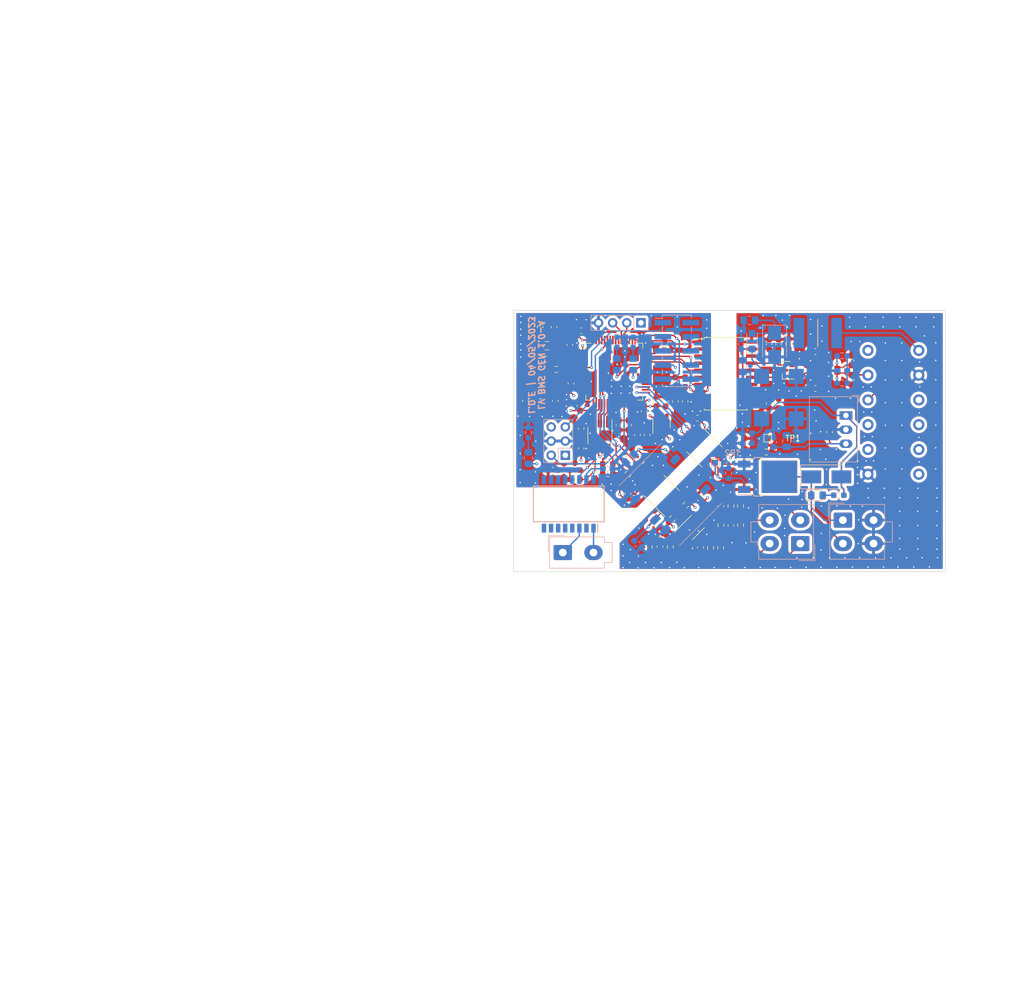
<source format=kicad_pcb>
(kicad_pcb (version 20211014) (generator pcbnew)
  (title_block (title "LV_BMS GEN1.0-A") (date "04/05/2023") (rev "1") (company "Team Swinburne") (comment 1 "Designer: Luke D'Elton"))
  (layers (0 "F.Cu" signal) (1 "In1.Cu" power) (2 "In2.Cu" power) (31 "B.Cu" signal) (34 "B.Paste" user) (35 "F.Paste" user) (36 "B.SilkS" user "B.Silkscreen") (37 "F.SilkS" user "F.Silkscreen") (38 "B.Mask" user) (39 "F.Mask" user) (44 "Edge.Cuts" user))
  (net 0 "")
  (net 1 "/Microcontroller/XTAL_IN")
  (net 2 "GND")
  (net 3 "/Microcontroller/XTAL_OUT")
  (net 4 "/Microcontroller/XTAL32_OUT")
  (net 5 "/Microcontroller/XTAL32_IN")
  (net 6 "/Microcontroller/VCAP_1")
  (net 7 "Net-(C16-Pad1)")
  (net 8 "Net-(C29-Pad1)")
  (net 9 "Net-(C33-Pad1)")
  (net 10 "Net-(C34-Pad1)")
  (net 11 "/CAN1_L")
  (net 12 "/CAN1_H")
  (net 13 "Net-(C37-Pad1)")
  (net 14 "Net-(C38-Pad2)")
  (net 15 "Net-(C39-Pad1)")
  (net 16 "+5V")
  (net 17 "/Current Sense/Input Filter/AIN0")
  (net 18 "/Current Sense/Input Filter/AIN2")
  (net 19 "/Current Sense/Input Filter/AIN1")
  (net 20 "/Current Sense/Input Filter/AIN3")
  (net 21 "Net-(D1-Pad1)")
  (net 22 "Net-(D2-Pad1)")
  (net 23 "/Microcontroller/CAN_RX_IND")
  (net 24 "Net-(D3-Pad1)")
  (net 25 "/Microcontroller/CAN_TX_IND")
  (net 26 "/BLUE_LOOP_RLY")
  (net 27 "Net-(D9-Pad2)")
  (net 28 "/GLV+")
  (net 36 "/Microcontroller/UART_RX")
  (net 37 "/Microcontroller/UART_TX")
  (net 38 "/Microcontroller/BOOT1")
  (net 39 "/Microcontroller/BOOT0")
  (net 40 "/Microcontroller/NRST")
  (net 45 "/Microcontroller/SWDIO")
  (net 46 "/Microcontroller/SWCLK")
  (net 48 "Net-(R5-Pad2)")
  (net 49 "/isoSPI/ISO_SPI_P")
  (net 50 "/isoSPI/ISO_SPI_N")
  (net 51 "Net-(R10-Pad1)")
  (net 52 "Net-(R10-Pad2)")
  (net 53 "/Microcontroller/SCL_(ISO)")
  (net 54 "/Microcontroller/SDA_(ISO)")
  (net 55 "/Current Sense/SCL")
  (net 56 "/Current Sense/SDA")
  (net 57 "/CS1A")
  (net 58 "/CS2A")
  (net 59 "/CS1B")
  (net 60 "/CS2B")
  (net 61 "/IPA")
  (net 63 "/IMA")
  (net 74 "/Microcontroller/PC13_LED")
  (net 82 "/Microcontroller/CS")
  (net 83 "/Microcontroller/SCK")
  (net 84 "/Microcontroller/MISO")
  (net 85 "/Microcontroller/MOSI")
  (net 98 "/CANBUS/CAN1_TX")
  (net 99 "/CANBUS/CAN1_RX")
  (net 111 "/Current Sense/ADDR")
  (net 113 "5V_(ISO)")
  (net 114 "Net-(C20-Pad1)")
  (net 115 "/AUX_OUTPUT")
  (net 116 "Net-(D10-Pad2)")
  (net 117 "/Blue Loop/VOA")
  (net 118 "/Blue Loop/VOB")
  (net 119 "/Blue Loop/AUX_OUTPUT(ISO)")
  (net 120 "3.3V_(ISO)")
  (net 121 "0V_(ISO)")
  (net 122 "/Blue Loop/BLUE_LOOP_RLY(ISO)")
  (net 124 "+24V")
  (net 125 "Net-(C2-Pad1)")
  (net 126 "Net-(C3-Pad1)")
  (footprint "LED_SMD:LED_0805_2012Metric_Pad1.15x1.40mm_HandSolder" (layer "F.Cu") (at 163.564 105.8824)
    (fp_text reference "D10" hide)
    (fp_text value "LED" hide)
  )
  (footprint "Capacitor_SMD:C_0603_1608Metric_Pad1.08x0.95mm_HandSolder" (layer "F.Cu") (at 163.2687 80.0507 180)
    (fp_text reference "C33" hide)
    (fp_text value "100pf" hide)
  )
  (footprint "Resistor_SMD:R_0603_1608Metric_Pad0.98x0.95mm_HandSolder" (layer "F.Cu") (at 149.848 111.2172 90)
    (fp_text reference "R18" hide)
    (fp_text value "100k" hide)
  )
  (footprint "Resistor_SMD:R_0603_1608Metric_Pad0.98x0.95mm_HandSolder" (layer "F.Cu") (at 149.848 107.762 90)
    (fp_text reference "R22" hide)
    (fp_text value "100k" hide)
  )
  (footprint "Package_QFP:LQFP-64_10x10mm_P0.5mm" (layer "F.Cu") (at 127.1912 83.6574)
    (fp_text reference "U1" hide)
    (fp_text value "STM32F446RET7" hide)
  )
  (footprint "Capacitor_SMD:C_0603_1608Metric_Pad1.08x0.95mm_HandSolder" (layer "F.Cu") (at 156.6806 78.7287 90)
    (fp_text reference "C29" hide)
    (fp_text value "0.1uF" hide)
  )
  (footprint "Capacitor_SMD:C_0603_1608Metric_Pad1.08x0.95mm_HandSolder" (layer "F.Cu") (at 136.1574 78.9838 -90)
    (fp_text reference "C7" hide)
    (fp_text value "10.0uF" hide)
  )
  (footprint "BMS_Library:FC135327680KAA5" (layer "F.Cu") (at 115.1208 79.0092)
    (fp_text reference "Y2" hide)
    (fp_text value "FC-135_32.7680KA-A5" hide)
  )
  (footprint "Resistor_SMD:R_0603_1608Metric_Pad0.98x0.95mm_HandSolder" (layer "F.Cu") (at 120.11635 102.9995 180)
    (fp_text reference "R8" hide)
    (fp_text value "50R" hide)
  )
  (footprint "Capacitor_SMD:C_0603_1608Metric_Pad1.08x0.95mm_HandSolder" (layer "F.Cu") (at 146.3174 107.812 -90)
    (fp_text reference "C48" hide)
    (fp_text value "0.1uF" hide)
  )
  (footprint "Resistor_SMD:R_0603_1608Metric_Pad0.98x0.95mm_HandSolder" (layer "F.Cu") (at 133.465 115.1026 90)
    (fp_text reference "R17" hide)
    (fp_text value "100k" hide)
  )
  (footprint "Capacitor_SMD:C_0603_1608Metric_Pad1.08x0.95mm_HandSolder" (layer "F.Cu") (at 121.2293 93.8693 -90)
    (fp_text reference "C40" hide)
    (fp_text value "0.1uF" hide)
  )
  (footprint "Capacitor_SMD:C_0603_1608Metric_Pad1.08x0.95mm_HandSolder" (layer "F.Cu") (at 169.6854 81.6519 90)
    (fp_text reference "C36" hide)
    (fp_text value "100pf" hide)
  )
  (footprint "Capacitor_SMD:C_0603_1608Metric_Pad1.08x0.95mm_HandSolder" (layer "F.Cu") (at 142.6454 115.205 90)
    (fp_text reference "C47" hide)
    (fp_text value "0.1uF" hide)
  )
  (footprint "Package_TO_SOT_SMD:SOT-23" (layer "F.Cu") (at 158.087 83.4034 180)
    (fp_text reference "D6" hide)
    (fp_text value "NUP2105L" hide)
  )
  (footprint "Capacitor_SMD:C_0603_1608Metric_Pad1.08x0.95mm_HandSolder" (layer "F.Cu") (at 113.8708 75.6575 90)
    (fp_text reference "C3" hide)
    (fp_text value "22pF" hide)
  )
  (footprint "Capacitor_SMD:C_0603_1608Metric_Pad1.08x0.95mm_HandSolder" (layer "F.Cu") (at 165.81 94.49 90)
    (fp_text reference "C49" hide)
    (fp_text value "1.0uF" hide)
  )
  (footprint "Capacitor_SMD:C_0603_1608Metric_Pad1.08x0.95mm_HandSolder" (layer "F.Cu") (at 116.18045 101.3358 180)
    (fp_text reference "C39" hide)
    (fp_text value "0.1uF" hide)
  )
  (footprint "Capacitor_SMD:C_0603_1608Metric_Pad1.08x0.95mm_HandSolder" (layer "F.Cu") (at 119.4188 85.7656 90)
    (fp_text reference "C10" hide)
    (fp_text value "10.0uF" hide)
  )
  (footprint "Capacitor_SMD:C_0603_1608Metric_Pad1.08x0.95mm_HandSolder" (layer "F.Cu") (at 139.8912 88.9949 -90)
    (fp_text reference "C26" hide)
    (fp_text value "0.01uF" hide)
  )
  (footprint "Capacitor_SMD:C_0603_1608Metric_Pad1.08x0.95mm_HandSolder" (layer "F.Cu") (at 133.084 95.0112 -90)
    (fp_text reference "C15" hide)
    (fp_text value "1.0uF" hide)
  )
  (footprint "Capacitor_SMD:C_0603_1608Metric_Pad1.08x0.95mm_HandSolder" (layer "F.Cu") (at 121.2293 97.4428 90)
    (fp_text reference "C41" hide)
    (fp_text value "0.1uF" hide)
  )
  (footprint "Capacitor_SMD:C_0603_1608Metric_Pad1.08x0.95mm_HandSolder" (layer "F.Cu") (at 116.3708 75.6575 90)
    (fp_text reference "C4" hide)
    (fp_text value "22pF" hide)
  )
  (footprint "Resistor_SMD:R_0603_1608Metric_Pad0.98x0.95mm_HandSolder" (layer "F.Cu") (at 114.7833 81.4074)
    (fp_text reference "R29" hide)
    (fp_text value "50mR" hide)
  )
  (footprint "Capacitor_SMD:C_0603_1608Metric_Pad1.08x0.95mm_HandSolder" (layer "F.Cu") (at 129.7312 93.2575 -90)
    (fp_text reference "C12" hide)
    (fp_text value "2.2uF" hide)
  )
  (footprint "Capacitor_SMD:C_0603_1608Metric_Pad1.08x0.95mm_HandSolder" (layer "F.Cu") (at 142.5582 106.4158 -45)
    (fp_text reference "C44" hide)
    (fp_text value "0.1uF" hide)
  )
  (footprint "Capacitor_SMD:C_0603_1608Metric_Pad1.08x0.95mm_HandSolder" (layer "F.Cu") (at 163.2688 86.6801 180)
    (fp_text reference "C34" hide)
    (fp_text value "100pf" hide)
  )
  (footprint "Capacitor_SMD:C_0603_1608Metric_Pad1.08x0.95mm_HandSolder" (layer "F.Cu") (at 156.6806 89.3459 -90)
    (fp_text reference "C31" hide)
    (fp_text value "10uF" hide)
  )
  (footprint "Capacitor_SMD:C_0603_1608Metric_Pad1.08x0.95mm_HandSolder" (layer "F.Cu") (at 154.9788 78.7287 90)
    (fp_text reference "C30" hide)
    (fp_text value "0.01uF" hide)
  )
  (footprint "Capacitor_SMD:C_0603_1608Metric_Pad1.08x0.95mm_HandSolder" (layer "F.Cu") (at 116.5994 88.8887 -90)
    (fp_text reference "C2" hide)
    (fp_text value "22pF" hide)
  )
  (footprint "Capacitor_SMD:C_0603_1608Metric_Pad1.08x0.95mm_HandSolder" (layer "F.Cu") (at 128.0294 93.2575 -90)
    (fp_text reference "C11" hide)
    (fp_text value "2.2uF" hide)
  )
  (footprint "Capacitor_SMD:C_0603_1608Metric_Pad1.08x0.95mm_HandSolder" (layer "F.Cu") (at 149.6448 95.6462 180)
    (fp_text reference "C52" hide)
    (fp_text value "0.1uF" hide)
  )
  (footprint "Resistor_SMD:R_0603_1608Metric_Pad0.98x0.95mm_HandSolder" (layer "F.Cu") (at 137.2496 115.1026 -90)
    (fp_text reference "R16" hide)
    (fp_text value "100k" hide)
  )
  (footprint "Resistor_SMD:R_0603_1608Metric_Pad0.98x0.95mm_HandSolder" (layer "F.Cu") (at 140.028435 107.599365 45)
    (fp_text reference "R14" hide)
    (fp_text value "3.3k" hide)
  )
  (footprint "Capacitor_SMD:C_0603_1608Metric_Pad1.08x0.95mm_HandSolder" (layer "F.Cu") (at 134.93848 110.86108 135)
    (fp_text reference "C43" hide)
    (fp_text value "0.1uF" hide)
  )
  (footprint "Package_TO_SOT_SMD:TO-252-2" (layer "F.Cu") (at 154.6994 102.5296)
    (fp_text reference "Q2" hide)
    (fp_text value "STD7NK40Z" hide)
  )
  (footprint "Resistor_SMD:R_0603_1608Metric_Pad0.98x0.95mm_HandSolder" (layer "F.Cu") (at 137.61013 110.04307 -135)
    (fp_text reference "R15" hide)
    (fp_text value "3.3k" hide)
  )
  (footprint "Capacitor_SMD:C_0603_1608Metric_Pad1.08x0.95mm_HandSolder" (layer "F.Cu") (at 142.101 91.9886)
    (fp_text reference "C51" hide)
    (fp_text value "0.1uF" hide)
  )
  (footprint "Capacitor_SMD:C_0603_1608Metric_Pad1.08x0.95mm_HandSolder" (layer "F.Cu") (at 149.6448 97.4958 180)
    (fp_text reference "C53" hide)
    (fp_text value "10.0uF" hide)
  )
  (footprint "Capacitor_SMD:C_0603_1608Metric_Pad1.08x0.95mm_HandSolder" (layer "F.Cu") (at 129.6042 105.5776 -90)
    (fp_text reference "C42" hide)
    (fp_text value "0.1uF" hide)
  )
  (footprint "Capacitor_SMD:C_0603_1608Metric_Pad1.08x0.95mm_HandSolder" (layer "F.Cu") (at 138.1386 88.9949 -90)
    (fp_text reference "C27" hide)
    (fp_text value "0.1uF" hide)
  )
  (footprint "Resistor_SMD:R_0603_1608Metric_Pad0.98x0.95mm_HandSolder" (layer "F.Cu") (at 113.9324 88.0262 180)
    (fp_text reference "R4" hide)
    (fp_text value "200K" hide)
  )
  (footprint "Capacitor_SMD:C_0603_1608Metric_Pad1.08x0.95mm_HandSolder" (layer "F.Cu") (at 119.1902 78.8568 90)
    (fp_text reference "C5" hide)
    (fp_text value "10.0uF" hide)
  )
  (footprint "Capacitor_SMD:C_0603_1608Metric_Pad1.08x0.95mm_HandSolder" (layer "F.Cu") (at 138.1386 85.5381 90)
    (fp_text reference "C25" hide)
    (fp_text value "0.1uF" hide)
  )
  (footprint "Crystal:ECS-80-18-30-JGN-TR" (layer "F.Cu") (at 113.8147 85.5116)
    (fp_text reference "Y1" hide)
    (fp_text value "ECS-80-18-30-JGN-TR" hide)
  )
  (footprint "Resistor_SMD:R_0603_1608Metric_Pad0.98x0.95mm_HandSolder" (layer "F.Cu") (at 167.47705 105.8316)
    (fp_text reference "R25" hide)
    (fp_text value "1.5k" hide)
  )
  (footprint "Package_SO:SOIC-8_3.9x4.9mm_P1.27mm" (layer "F.Cu") (at 135.6494 105.4252 135)
    (fp_text reference "U7" hide)
    (fp_text value "ISO1540" hide)
  )
  (footprint "Capacitor_SMD:C_0603_1608Metric_Pad1.08x0.95mm_HandSolder" (layer "F.Cu") (at 121.0444 89.7788 90)
    (fp_text reference "C9" hide)
    (fp_text value "10.0uF" hide)
  )
  (footprint "Resistor_SMD:R_0603_1608Metric_Pad0.98x0.95mm_HandSolder" (layer "F.Cu") (at 120.11635 101.3358)
    (fp_text reference "R9" hide)
    (fp_text value "50R" hide)
  )
  (footprint "Resistor_SMD:R_0603_1608Metric_Pad0.98x0.95mm_HandSolder" (layer "F.Cu") (at 126.0119 101.9454)
    (fp_text reference "R11" hide)
    (fp_text value "ERJP06F1000V" hide)
  )
  (footprint "Resistor_SMD:R_0603_1608Metric_Pad0.98x0.95mm_HandSolder" (layer "F.Cu") (at 146.2776 115.255 -90)
    (fp_text reference "R20" hide)
    (fp_text value "100k" hide)
  )
  (footprint "Diode_SMD:D_SMB_Handsoldering" (layer "F.Cu") (at 165.248 102.5296)
    (fp_text reference "D7" hide)
    (fp_text value "SD560BTR" hide)
  )
  (footprint "Resistor_SMD:R_0603_1608Metric_Pad0.98x0.95mm_HandSolder" (layer "F.Cu") (at 132.052835 99.623765 45)
    (fp_text reference "R13" hide)
    (fp_text value "3.3k" hide)
  )
  (footprint "Resistor_SMD:R_0603_1608Metric_Pad0.98x0.95mm_HandSolder" (layer "F.Cu") (at 148.1208 107.762 -90)
    (fp_text reference "R23" hide)
    (fp_text value "100k" hide)
  )
  (footprint "Capacitor_SMD:C_0603_1608Metric_Pad1.08x0.95mm_HandSolder" (layer "F.Cu") (at 111.24 88.8887 -90)
    (fp_text reference "C1" hide)
    (fp_text value "22pF" hide)
  )
  (footprint "Package_SO:VSSOP-10_3x3mm_P0.5mm" (layer "F.Cu") (at 141.1358 111.5974 45)
    (fp_text reference "U8" hide)
    (fp_text value "ADS1115" hide)
  )
  (footprint "Package_SO:MSOP-16_3x4.039mm_P0.5mm" (layer "F.Cu") (at 124.6004 95.1128 -90)
    (fp_text reference "U6" hide)
    (fp_text value "LTC6820" hide)
  )
  (footprint "Package_SO:SOIC-20W_7.5x12.8mm_P1.27mm" (layer "F.Cu") (at 147.181 84.0384)
    (fp_text reference "U4" hide)
    (fp_text value "ADM3053" hide)
  )
  (footprint "Resistor_SMD:R_0603_1608Metric_Pad0.98x0.95mm_HandSolder" (layer "F.Cu") (at 116.7772 83.251 180)
    (fp_text reference "R28" hide)
    (fp_text value "50mR" hide)
  )
  (footprint "Capacitor_SMD:C_0603_1608Metric_Pad1.08x0.95mm_HandSolder" (layer "F.Cu") (at 134.7096 89.0168 90)
    (fp_text reference "C18" hide)
    (fp_text value "100.0nF" hide)
  )
  (footprint "Capacitor_SMD:C_0603_1608Metric_Pad1.08x0.95mm_HandSolder" (layer "F.Cu") (at 136.4216 89.0179 90)
    (fp_text reference "C19" hide)
    (fp_text value "1.0uF" hide)
  )
  (footprint "Resistor_SMD:R_0603_1608Metric_Pad0.98x0.95mm_HandSolder" (layer "F.Cu") (at 158.5094 78.6787 -90)
    (fp_text reference "R5" hide)
    (fp_text value "0R" hide)
  )
  (footprint "TestPoint:TestPoint_Pad_1.0x1.0mm" (layer "F.Cu") (at 154.7248 95.5954)
    (fp_text reference "TP1")
    (fp_text value "TestPoint" hide)
  )
  (footprint "Capacitor_SMD:C_0603_1608Metric_Pad1.08x0.95mm_HandSolder" (layer "F.Cu") (at 169.6854 85.0889 -90)
    (fp_text reference "C35" hide)
    (fp_text value "100pf" hide)
  )
  (footprint "Resistor_SMD:R_0603_1608Metric_Pad0.98x0.95mm_HandSolder" (layer "F.Cu") (at 146.3174 111.2172 -90)
    (fp_text reference "R19" hide)
    (fp_text value "100k" hide)
  )
  (footprint "Resistor_SMD:R_0603_1608Metric_Pad0.98x0.95mm_HandSolder" (layer "F.Cu") (at 129.644765 102.057235 -135)
    (fp_text reference "R12" hide)
    (fp_text value "3.3k" hide)
  )
  (footprint "Capacitor_SMD:C_0603_1608Metric_Pad1.08x0.95mm_HandSolder" (layer "F.Cu") (at 154.9788 89.3459 -90)
    (fp_text reference "C32" hide)
    (fp_text value "0.1uF" hide)
  )
  (footprint "Inductor_THT:B82786C0104H002" (layer "F.Cu") (at 164.1312 82.9034)
    (fp_text reference "U5" hide)
    (fp_text value "B82786C0104H002" hide)
  )
  (footprint "BMS_Library:DT12-PCB PIN" (layer "F.Cu") (at 177.27 90.95 180)
    (fp_text reference "J1" hide)
    (fp_text value "DT 12P" hide)
  )
  (footprint "Capacitor_SMD:C_0603_1608Metric_Pad1.08x0.95mm_HandSolder" (layer "F.Cu") (at 148.1208 111.2672 -90)
    (fp_text reference "C46" hide)
    (fp_text value "0.1uF" hide)
  )
  (footprint "Package_TO_SOT_SMD:SOT-23-5" (layer "F.Cu") (at 135.6596 92.9792 90)
    (fp_text reference "U2" hide)
    (fp_text value "TLV70033_SOT23-5" hide)
  )
  (footprint "Package_SO:SOIC-8_3.9x4.9mm_P1.27mm" (layer "F.Cu") (at 143.371 97.602 -45)
    (fp_text reference "U9" hide)
    (fp_text value "ADUM3221" hide)
  )
  (footprint "Resistor_SMD:R_0603_1608Metric_Pad0.98x0.95mm_HandSolder" (layer "F.Cu") (at 126.0119 100.1928 180)
    (fp_text reference "R10" hide)
    (fp_text value "ERJP06F1000V" hide)
  )
  (footprint "Capacitor_SMD:C_0603_1608Metric_Pad1.08x0.95mm_HandSolder" (layer "F.Cu") (at 135.3954 115.0526 90)
    (fp_text reference "C45" hide)
    (fp_text value "0.1uF" hide)
  )
  (footprint "Resistor_SMD:R_0603_1608Metric_Pad0.98x0.95mm_HandSolder" (layer "F.Cu") (at 144.4632 115.255 90)
    (fp_text reference "R21" hide)
    (fp_text value "100k" hide)
  )
  (footprint "Capacitor_SMD:C_0603_1608Metric_Pad1.08x0.95mm_HandSolder" (layer "F.Cu") (at 121.2476 76.3168)
    (fp_text reference "C6" hide)
    (fp_text value "10.0uF" hide)
  )
  (footprint "Resistor_SMD:R_0603_1608Metric_Pad0.98x0.95mm_HandSolder" (layer "F.Cu") (at 154.4708 98.0592 180)
    (fp_text reference "R24" hide)
    (fp_text value "20.0K" hide)
  )
  (footprint "Capacitor_SMD:C_0603_1608Metric_Pad1.08x0.95mm_HandSolder" (layer "F.Cu") (at 132.5506 90.744 -90)
    (fp_text reference "C8" hide)
    (fp_text value "10.0uF" hide)
  )
  (footprint "Capacitor_SMD:C_0603_1608Metric_Pad1.08x0.95mm_HandSolder" (layer "F.Cu") (at 139.8912 85.5381 90)
    (fp_text reference "C28" hide)
    (fp_text value "10uF" hide)
  )
  (footprint "Capacitor_SMD:C_0603_1608Metric_Pad1.08x0.95mm_HandSolder" (layer "F.Cu") (at 131.3416 95.0112 -90)
    (fp_text reference "C14" hide)
    (fp_text value "100.0nF" hide)
  )
  (footprint "Capacitor_SMD:C_0603_1608Metric_Pad1.08x0.95mm_HandSolder" (layer "B.Cu") (at 155.7662 96.3038 90)
    (fp_text reference "C50" hide)
    (fp_text value "100.0nF" hide)
  )
  (footprint "Diode_SMD:D_SMB" (layer "B.Cu") (at 155.9576 78.8732 -90)
    (fp_text reference "D4" hide)
    (fp_text value "SM6T36CAY" hide)
  )
  (footprint "BMS_Library:SOIC127P940X597-16N" (layer "B.Cu") (at 119.0124 107.381 90)
    (fp_text reference "T1" hide)
    (fp_text value "HX1188NL" hide)
  )
  (footprint "Capacitor_SMD:C_0805_2012Metric_Pad1.18x1.45mm_HandSolder" (layer "B.Cu") (at 150.2544 82.6668 -90)
    (fp_text reference "C20" hide)
    (fp_text value "220uF (POL)" hide)
  )
  (footprint "Connector_PinHeader_2.54mm:PinHeader_1x04_P2.54mm_Vertical" (layer "B.Cu") (at 131.9664 74.8944 90)
    (fp_text reference "J2" hide)
    (fp_text value "UART")
  )
  (footprint "Capacitor_SMD:C_0805_2012Metric_Pad1.18x1.45mm_HandSolder" (layer "B.Cu") (at 127.6484 82.3366 -90)
    (fp_text reference "D2" hide)
    (fp_text value "RED LED")
  )
  (footprint "Resistor_SMD:R_0603_1608Metric_Pad0.98x0.95mm_HandSolder" (layer "B.Cu") (at 127.6484 78.3742 -90)
    (fp_text reference "R2" hide)
    (fp_text value "680R" hide)
  )
  (footprint "Capacitor_SMD:C_0603_1608Metric_Pad1.08x0.95mm_HandSolder" (layer "B.Cu") (at 149.9496 78.7115 90)
    (fp_text reference "C21" hide)
    (fp_text value "100.0nF" hide)
  )
  (footprint "Resistor_SMD:R_0603_1608Metric_Pad0.98x0.95mm_HandSolder" (layer "B.Cu") (at 147.7144 101.8946 -90)
    (fp_text reference "R26" hide)
    (fp_text value "20.0K" hide)
  )
  (footprint "Resistor_SMD:R_0603_1608Metric_Pad0.98x0.95mm_HandSolder" (layer "B.Cu") (at 167.47705 105.8316)
    (fp_text reference "R27" hide)
    (fp_text value "1.5k" hide)
  )
  (footprint "LED_SMD:LED_0805_2012Metric_Pad1.15x1.40mm_HandSolder" (layer "B.Cu") (at 163.56685 105.8316)
    (fp_text reference "D9" hide)
    (fp_text value "LED" hide)
  )
  (footprint "Capacitor_SMD:C_0805_2012Metric_Pad1.18x1.45mm_HandSolder" (layer "B.Cu") (at 129.9852 99.2022 -135)
    (fp_text reference "C17" hide)
    (fp_text value "22.0uF" hide)
  )
  (footprint "Capacitor_SMD:C_0603_1608Metric_Pad1.08x0.95mm_HandSolder" (layer "B.Cu") (at 151.0418 96.5098 180)
    (fp_text reference "C23" hide)
    (fp_text value "100.0nF" hide)
  )
  (footprint "Resistor_SMD:R_0603_1608Metric_Pad0.98x0.95mm_HandSolder" (layer "B.Cu") (at 168.0579 85.69965)
    (fp_text reference "R7" hide)
    (fp_text value "56R" hide)
  )
  (footprint "Diode_SMD:D_SMB_Handsoldering" (layer "B.Cu") (at 165.248 102.5296)
    (fp_text reference "D8" hide)
    (fp_text value "SD560BTR" hide)
  )
  (footprint "TestPoint:TestPoint_Pad_1.0x1.0mm" (layer "B.Cu") (at 145.3014 99.9642 180)
    (fp_text reference "TP2")
    (fp_text value "TestPoint" hide)
  )
  (footprint "Capacitor_SMD:C_0805_2012Metric_Pad1.18x1.45mm_HandSolder" (layer "B.Cu") (at 130.5654 82.3366 -90)
    (fp_text reference "D3" hide)
    (fp_text value "RED LED")
  )
  (footprint "Resistor_SMD:R_0603_1608Metric_Pad0.98x0.95mm_HandSolder" (layer "B.Cu") (at 130.5654 78.3742 -90)
    (fp_text reference "R3" hide)
    (fp_text value "680R" hide)
  )
  (footprint "Capacitor_SMD:C_0805_2012Metric_Pad1.18x1.45mm_HandSolder" (layer "B.Cu") (at 111.7734 99.1553 -90)
    (fp_text reference "D1" hide)
    (fp_text value "RED LED" hide)
  )
  (footprint "Converter_DCDC:Converter_DCDC_RECOM_R-78E-0.5_THT" (layer "B.Cu") (at 168.75 91.52 -90)
    (fp_text reference "U3" hide)
    (fp_text value "R-78C5.0-1.0" hide)
  )
  (footprint "Capacitor_SMD:C_0603_1608Metric_Pad1.08x0.95mm_HandSolder" (layer "B.Cu") (at 168.1117 83.4796 180)
    (fp_text reference "C37" hide)
    (fp_text value "22pf" hide)
  )
  (footprint "Capacitor_SMD:C_0603_1608Metric_Pad1.08x0.95mm_HandSolder" (layer "B.Cu") (at 125.9974 101.0818 180)
    (fp_text reference "C38" hide)
    (fp_text value "0.01uF" hide)
  )
  (footprint "Capacitor_SMD:C_0805_2012Metric_Pad1.18x1.45mm_HandSolder" (layer "B.Cu") (at 158.1284 96.1288 90)
    (fp_text reference "C24" hide)
    (fp_text value "22.0uF" hide)
  )
  (footprint "Resistor_SMD:R_0603_1608Metric_Pad0.98x0.95mm_HandSolder" (layer "B.Cu") (at 111.7734 94.5833 -90)
    (fp_text reference "R1" hide)
    (fp_text value "680R" hide)
  )
  (footprint "Connector_Molex:Molex_Mini-Fit_Jr_5566-04A_2x02_P4.20mm_Vertical" (layer "B.Cu") (at 168.2134 110.3047 -90)
    (fp_text reference "J7" hide)
    (fp_text value "Conn_02x02_Counter_Clockwise" hide)
  )
  (footprint "BMS_Library:WE-SL575" (layer "B.Cu") (at 156.7314 88.3056 -90)
    (fp_text reference "L1" hide)
    (fp_text value "744272121" hide)
  )
  (footprint "Capacitor_SMD:C_0805_2012Metric_Pad1.18x1.45mm_HandSolder" (layer "B.Cu") (at 151.4296 74.4372 180)
    (fp_text reference "C16" hide)
    (fp_text value "100.0nF" hide)
  )
  (footprint "BMS_Library:R2S0505HP" (layer "B.Cu") (at 137.243088 105.711113 135)
    (fp_text reference "PS1" hide)
    (fp_text value "R2S-0505_HP" hide)
  )
  (footprint "Connector_PinSocket_2.54mm:PinSocket_2x03_P2.54mm_Vertical" (layer "B.Cu") (at 118.3974 98.6538)
    (fp_text reference "J3" hide)
    (fp_text value "BOOT1")
  )
  (footprint "BMS_Library:FUSC7451X170N" (layer "B.Cu") (at 163.6978 76.7232 180)
    (fp_text reference "F1" hide)
    (fp_text value "0ZCF0100AF2A" hide)
  )
  (footprint "Connector_Molex:Molex_Mini-Fit_Jr_5566-02A_2x01_P4.20mm_Vertical" (layer "B.Cu") (at 117.9468 116.1186 -90)
    (fp_text reference "J5" hide)
    (fp_text value "Conn_01x02_Male" hide)
  )
  (footprint "Connector_Molex:Molex_Mini-Fit_Jr_5566-04A_2x02_P4.20mm_Vertical" (layer "B.Cu") (at 160.5656 114.5047 90)
    (fp_text reference "J6" hide)
    (fp_text value "Conn_02x02_Counter_Clockwise" hide)
  )
  (footprint "Resistor_SMD:R_0603_1608Metric_Pad0.98x0.95mm_HandSolder" (layer "B.Cu") (at 168.0628 80.8126 180)
    (fp_text reference "R6" hide)
    (fp_text value "56R" hide)
  )
  (footprint "Capacitor_SMD:C_0603_1608Metric_Pad1.08x0.95mm_HandSolder" (layer "B.Cu") (at 151.0418 94.681 180)
    (fp_text reference "C22" hide)
    (fp_text value "10.0uF" hide)
  )
  (footprint "Diode_SMD:Nexperia_CFP3_SOD-123W" (layer "B.Cu") (at 151.9122 78.174 90)
    (fp_text reference "D5" hide)
    (fp_text value "PMEG10010ELR" hide)
  )
  (footprint "Package_TO_SOT_SMD:TO-252-2" (layer "B.Cu") (at 154.6994 102.5296)
    (fp_text reference "Q1" hide)
    (fp_text value "STD7NK40Z" hide)
  )
  (footprint "Capacitor_SMD:C_0603_1608Metric_Pad1.08x0.95mm_HandSolder" (layer "B.Cu") (at 131.3568 114.62 -45)
    (fp_text reference "C13" hide)
    (fp_text value "100.0nF" hide)
  )
  (footprint "Connector_PinSocket_2.54mm:PinSocket_2x05_P2.54mm_Vertical_SMD" (layer "B.Cu") (at 138.418 79.9236 180)
    (fp_text reference "J4" hide)
    (fp_text value "STLINK")
  )
  (gr_rect (start 186.6272 119.5603) (end 109.1064 72.6465) (layer "Edge.Cuts") (width 0.1) (fill none))
  (gr_text "LV BMS GEN 1.0-A\nL.D.E | 04/05/2023" (at 113.1958 82.5398 270) (layer "B.SilkS") (effects (font (size 1.1 1.1) (thickness 0.26) italic) (justify mirror)))
  (segment (start 121.5162 81.9074) (end 119.440204 81.9074) (width 0.25) (layer "F.Cu") (net 1))
  (segment (start 111.24 87.4166) (end 111.24 88.0262) (width 0.25) (layer "F.Cu") (net 1))
  (segment (start 116.8026 82.3112) (end 117.2024 81.9114) (width 0.25) (layer "F.Cu") (net 1))
  (segment (start 117.2024 81.9114) (end 119.440204 81.9114) (width 0.25) (layer "F.Cu") (net 1))
  (segment (start 113.5768 82.3112) (end 116.8026 82.3112) (width 0.25) (layer "F.Cu") (net 1))
  (segment (start 111.24 88.0262) (end 113.0199 88.0262) (width 0.25) (layer "F.Cu") (net 1))
  (segment (start 111.7647 85.5116) (end 111.7647 86.8919) (width 0.25) (layer "F.Cu") (net 1))
  (segment (start 111.7554 84.1326) (end 113.5768 82.3112) (width 0.25) (layer "F.Cu") (net 1))
  (segment (start 111.7554 85.664) (end 111.7554 84.1326) (width 0.25) (layer "F.Cu") (net 1))
  (segment (start 111.7647 86.8919) (end 111.24 87.4166) (width 0.25) (layer "F.Cu") (net 1))
  (segment (start 147.1529 110.3047) (end 146.3174 110.3047) (width 0.25) (layer "F.Cu") (net 2))
  (segment (start 148.1208 110.4047) (end 147.2583 110.4047) (width 0.25) (layer "F.Cu") (net 2))
  (segment (start 147.2583 110.4047) (end 147.1556 110.302) (width 0.25) (layer "F.Cu") (net 2))
  (segment (start 147.1556 110.302) (end 147.1529 110.3047) (width 0.25) (layer "F.Cu") (net 2))
  (segment (start 140.6786 112.0546) (end 139.580165 113.153035) (width 0.25) (layer "F.Cu") (net 2))
  (segment (start 145.0955 110.3047) (end 146.3174 110.3047) (width 0.25) (layer "F.Cu") (net 2))
  (via (at 181.852 95.443) (size 0.5) (drill 0.25) (layers "F.Cu" "B.Cu") (net 2))
  (via (at 184.8746 93.2586) (size 0.5) (drill 0.25) (layers "F.Cu" "B.Cu") (net 2))
  (via (at 164.21 94.42) (size 0.5) (drill 0.25) (layers "F.Cu" "B.Cu") (net 2))
  (via (at 175.8322 101.1326) (size 0.5) (drill 0.25) (layers "F.Cu" "B.Cu") (net 2))
  (via (at 184.8746 81.6254) (size 0.5) (drill 0.25) (layers "F.Cu" "B.Cu") (net 2))
  (via (at 140.2468 104.333) (size 0.5) (drill 0.25) (layers "F.Cu" "B.Cu") (net 2))
  (via (at 172.0476 95.316) (size 0.5) (drill 0.25) (layers "F.Cu" "B.Cu") (net 2))
  (via (at 175.4258 73.9038) (size 0.5) (drill 0.25) (layers "F.Cu" "B.Cu") (net 2))
  (via (at 185.1032 104.587) (size 0.5) (drill 0.25) (layers "F.Cu" "B.Cu") (net 2))
  (via (at 156.6806 93.8682) (size 0.5) (drill 0.25) (layers "F.Cu" "B.Cu") (net 2))
  (via (at 151.4482 102.936) (size 0.5) (drill 0.25) (layers "F.Cu" "B.Cu") (net 2))
  (via (at 184.8746 101.1072) (size 0.5) (drill 0.25) (layers "F.Cu" "B.Cu") (net 2))
  (via (at 165.14 99.37) (size 0.5) (drill 0.25) (layers "F.Cu" "B.Cu") (net 2))
  (via (at 185.1032 108.7018) (size 0.5) (drill 0.25) (layers "F.Cu" "B.Cu") (net 2))
  (via (at 178.3976 115.509) (size 0.5) (drill 0.25) (layers "F.Cu" "B.Cu") (net 2))
  (via (at 142.3296 118.8364) (size 0.5) (drill 0.25) (layers "F.Cu" "B.Cu") (net 2))
  (via (at 146.8762 99.3546) (size 0.5) (drill 0.25) (layers "F.Cu" "B.Cu") (net 2))
  (via (at 150.61 118.811) (size 0.5) (drill 0.25) (layers "F.Cu" "B.Cu") (net 2))
  (via (at 179.6422 117.0584) (size 0.5) (drill 0.25) (layers "F.Cu" "B.Cu") (net 2))
  (via (at 171.72 107.79) (size 0.5) (drill 0.25) (layers "F.Cu" "B.Cu") (net 2))
  (via (at 151.245 93.411) (size 0.5) (drill 0.25) (layers "F.Cu" "B.Cu") (net 2))
  (via (at 184.8746 97.3226) (size 0.5) (drill 0.25) (layers "F.Cu" "B.Cu") (net 2))
  (via (at 178.3976 108.7018) (size 0.5) (drill 0.25) (layers "F.Cu" "B.Cu") (net 2))
  (via (at 145.4538 104.9172) (size 0.5) (drill 0.25) (layers "F.Cu" "B.Cu") (net 2))
  (via (at 135.624 117.8966) (size 0.5) (drill 0.25) (layers "F.Cu" "B.Cu") (net 2))
  (via (at 131.5092 116.7536) (size 0.5) (drill 0.25) (layers "F.Cu" "B.Cu") (net 2))
  (via (at 164.34 107.78) (size 0.5) (drill 0.25) (layers "F.Cu" "B.Cu") (net 2))
  (via (at 184.8746 85.1052) (size 0.5) (drill 0.25) (layers "F.Cu" "B.Cu") (net 2))
  (via (at 160.4144 81.3206) (size 0.5) (drill 0.25) (layers "F.Cu" "B.Cu") (net 2))
  (via (at 160.83 107.95) (size 0.5) (drill 0.25) (layers "F.Cu" "B.Cu") (net 2))
  (via (at 128.766 116.7028) (size 0.5) (drill 0.25) (layers "F.Cu" "B.Cu") (net 2))
  (via (at 160.92 105.16) (size 0.5) (drill 0.25) (layers "F.Cu" "B.Cu") (net 2))
  (via (at 152.34 112.44) (size 0.5) (drill 0.25) (layers "F.Cu" "B.Cu") (net 2))
  (via (at 175.8322 97.348) (size 0.5) (drill 0.25) (layers "F.Cu" "B.Cu") (net 2))
  (via (at 169.6854 78.2472) (size 0.5) (drill 0.25) (layers "F.Cu" "B.Cu") (net 2))
  (via (at 129.9344 117.8966) (size 0.5) (drill 0.25) (layers "F.Cu" "B.Cu") (net 2))
  (via (at 161.6082 118.7602) (size 0.5) (drill 0.25) (layers "F.Cu" "B.Cu") (net 2))
  (via (at 150.1782 92.7506) (size 0.5) (drill 0.25) (layers "F.Cu" "B.Cu") (net 2))
  (via (at 158.611 73.5482) (size 0.5) (drill 0.25) (layers "F.Cu" "B.Cu") (net 2))
  (via (at 175.6544 106.2888) (size 0.5) (drill 0.25) (layers "F.Cu" "B.Cu") (net 2))
  (via (at 171.2094 117.0584) (size 0.5) (drill 0.25) (layers "F.Cu" "B.Cu") (net 2))
  (via (at 180.9376 118.7094) (size 0.5) (drill 0.25) (layers "F.Cu" "B.Cu") (net 2))
  (via (at 178.804 89.22) (size 0.5) (drill 0.25) (layers "F.Cu" "B.Cu") (net 2))
  (via (at 178.423 75.6056) (size 0.5) (drill 0.25) (layers "F.Cu" "B.Cu") (net 2))
  (via (at 156.1726 73.5736) (size 0.5) (drill 0.25) (layers "F.Cu" "B.Cu") (net 2))
  (via (at 169.5838 88.4326) (size 0.5) (drill 0.25) (layers "F.Cu" "B.Cu") (net 2))
  (via (at 138.418 117.8712) (size 0.5) (drill 0.25) (layers "F.Cu" "B.Cu") (net 2))
  (via (at 178.423 73.9038) (size 0.5) (drill 0.25) (layers "F.Cu" "B.Cu") (net 2))
  (via (at 134.3286 118.8618) (size 0.5) (drill 0.25) (layers "F.Cu" "B.Cu") (net 2))
  (via (at 147.7652 118.811) (size 0.5) (drill 0.25) (layers "F.Cu" "B.Cu") (net 2))
  (via (at 151.2704 108.0922) (size 0.5) (drill 0.25) (layers "F.Cu" "B.Cu") (net 2))
  (via (at 155.7916 83.4034) (size 0.5) (drill 0.25) (layers "F.Cu" "B.Cu") (net 2))
  (via (at 134.5318 112.842) (size 0.5) (drill 0.25) (layers "F.Cu" "B.Cu") (net 2))
  (via (at 162.421 94.7064) (size 0.5) (drill 0.25) (layers "F.Cu" "B.Cu") (net 2))
  (via (at 146.7238 104.0536) (size 0.5) (drill 0.25) (layers "F.Cu" "B.Cu") (net 2))
  (via (at 156.0456 118.7856) (size 0.5) (drill 0.25) (layers "F.Cu" "B.Cu") (net 2))
  (via (at 147.5366 96.5352) (size 0.5) (drill 0.25) (layers "F.Cu" "B.Cu") (net 2))
  (via (at 178.804 85.1306) (size 0.5) (drill 0.25) (layers "F.Cu" "B.Cu") (net 2))
  (via (at 160.7446 87.1118) (size 0.5) (drill 0.25) (layers "F.Cu" "B.Cu") (net 2))
  (via (at 157.341 74.4118) (size 0.5) (drill 0.25) (layers "F.Cu" "B.Cu") (net 2))
  (via (at 181.6488 115.509) (size 0.5) (drill 0.25) (layers "F.Cu" "B.Cu") (net 2))
  (via (at 163.4 92.47) (size 0.5) (drill 0.25) (layers "F.Cu" "B.Cu") (net 2))
  (via (at 143.7774 112.8674) (size 0.5) (drill 0.25) (layers "F.Cu" "B.Cu") (net 2))
  (via (at 150.1782 91.2266) (size 0.5) (drill 0.25) (layers "F.Cu" "B.Cu") (net 2))
  (via (at 167.12 118.7602) (size 0.5) (drill 0.25) (layers "F.Cu" "B.Cu") (net 2))
  (via (at 181.6742 104.587) (size 0.5) (drill 0.25) (layers "F.Cu" "B.Cu") (net 2))
  (via (at 170.8284 102.1232) (size 0.5) (drill 0.25) (layers "F.Cu" "B.Cu") (net 2))
  (via (at 162.421 74.2848) (size 0.5) (drill 0.25) (layers "F.Cu" "B.Cu") (net 2))
  (via (at 181.979 81.9048) (size 0.5) (drill 0.25) (layers "F.Cu" "B.Cu") (net 2))
  (via (at 142.3296 112.2324) (size 0.5) (drill 0.25) (layers "F.Cu" "B.Cu") (net 2))
  (via (at 182.4108 117.0584) (size 0.5) (drill 0.25) (layers "F.Cu" "B.Cu") (net 2))
  (via (at 178.3976 106.2888) (size 0.5) (drill 0.25) (layers "F.Cu" "B.Cu") (net 2))
  (via (at 137.1734 112.8166) (size 0.5) (drill 0.25) (layers "F.Cu" "B.Cu") (net 2))
  (via (at 178.0928 118.7094) (size 0.5) (drill 0.25) (layers "F.Cu" "B.Cu") (net 2))
  (via (at 156.452 108.1684) (size 0.5) (drill 0.25) (layers "F.Cu" "B.Cu") (net 2))
  (via (at 181.344 75.6056) (size 0.5) (drill 0.25) (layers "F.Cu" "B.Cu") (net 2))
  (via (at 149.1368 93.7412) (size 0.5) (drill 0.25) (layers "F.Cu" "B.Cu") (net 2))
  (via (at 185.1032 113.5786) (size 0.5) (drill 0.25) (layers "F.Cu" "B.Cu") (net 2))
  (via (at 173.6986 99.6594) (size 0.5) (drill 0.25) (layers "F.Cu" "B.Cu") (net 2))
  (via (at 164.2752 118.7602) (size 0.5) (drill 0.25) (layers "F.Cu" "B.Cu") (net 2))
  (via (at 145.0955 110.3047) (size 0.5) (drill 0.25) (layers "F.Cu" "B.Cu") (net 2))
  (via (at 137.0972 118.8364) (size 0.5) (drill 0.25) (layers "F.Cu" "B.Cu") (net 2))
  (via (at 155.7916 85.7656) (size 0.5) (drill 0.25) (layers "F.Cu" "B.Cu") (net 2))
  (via (at 170.8284 103.6726) (size 0.5) (drill 0.25) (layers "F.Cu" "B.Cu") (net 2))
  (via (at 178.804 81.6508) (size 0.5) (drill 0.25) (layers "F.Cu" "B.Cu") (net 2))
  (via (at 175.8322 81.6508) (size 0.5) (drill 0.25) (layers "F.Cu" "B.Cu") (net 2))
  (via (at 153.912 73.5736) (size 0.5) (drill 0.25) (layers "F.Cu" "B.Cu") (net 2))
  (via (at 165.2912 101.1834) (size 0.5) (drill 0.25) (layers "F.Cu" "B.Cu") (net 2))
  (via (at 150.82 114.37) (size 0.5) (drill 0.25) (layers "F.Cu" "B.Cu") (net 2))
  (via (at 175.8322 89.22) (size 0.5) (drill 0.25) (layers "F.Cu" "B.Cu") (net 2))
  (via (at 165.8246 117.0584) (size 0.5) (drill 0.25) (layers "F.Cu" "B.Cu") (net 2))
  (via (at 173.2922 86.4006) (size 0.5) (drill 0.25) (layers "F.Cu" "B.Cu") (net 2))
  (via (at 159.9318 117.0584) (size 0.5) (drill 0.25) (layers "F.Cu" "B.Cu") (net 2))
  (via (at 185.1032 106.2888) (size 0.5) (drill 0.25) (layers "F.Cu" "B.Cu") (net 2))
  (via (at 160.88 106.58) (size 0.5) (drill 0.25) (layers "F.Cu" "B.Cu") (net 2))
  (via (at 181.6488 113.5786) (size 0.5) (drill 0.25) (layers "F.Cu" "B.Cu") (net 2))
  (via (at 178.3976 104.587) (size 0.5) (drill 0.25) (layers "F.Cu" "B.Cu") (net 2))
  (via (at 176.8228 117.0584) (size 0.5) (drill 0.25) (layers "F.Cu" "B.Cu") (net 2))
  (via (at 175.4258 75.6056) (size 0.5) (drill 0.25) (layers "F.Cu" "B.Cu") (net 2))
  (via (at 149.9496 76.3422) (size 0.5) (drill 0.25) (layers "F.Cu" "B.Cu") (net 2))
  (via (at 181.344 73.9038) (size 0.5) (drill 0.25) (layers "F.Cu" "B.Cu") (net 2))
  (via (at 160.0842 98.491) (size 0.5) (drill 0.25) (layers "F.Cu" "B.Cu") (net 2))
  (via (at 183.7316 118.684) (size 0.5) (drill 0.25) (layers "F.Cu" "B.Cu") (net 2))
  (via (at 141.212 115.3566) (size 0.5) (drill 0.25) (layers "F.Cu" "B.Cu") (net 2))
  (via (at 133.338 112.7912) (size 0.5) (drill 0.25) (layers "F.Cu" "B.Cu") (net 2))
  (via (at 181.6488 106.2888) (size 0.5) (drill 0.25) (layers "F.Cu" "B.Cu") (net 2))
  (via (at 128.7406 118.811) (size 0.5) (drill 0.25) (layers "F.Cu" "B.Cu") (net 2))
  (via (at 175.8322 85.1306) (size 0.5) (drill 0.25) (layers "F.Cu" "B.Cu") (net 2))
  (via (at 169.53 107.7874) (size 0.5) (drill 0.25) (layers "F.Cu" "B.Cu") (net 2))
  (via (at 139.7642 118.8364) (size 0.5) (drill 0.25) (layers "F.Cu" "B.Cu") (net 2))
  (via (at 178.3976 111.2672) (size 0.5) (drill 0.25) (layers "F.Cu" "B.Cu") (net 2))
  (via (at 158.45 106.51) (size 0.5) (drill 0.25) (layers "F.Cu" "B.Cu") (net 2))
  (via (at 156.6806 86.934) (size 0.5) (drill 0.25) (layers "F.Cu" "B.Cu") (net 2))
  (via (at 167.14 107.76) (size 0.5) (drill 0.25) (layers "F.Cu" "B.Cu") (net 2))
  (via (at 164.3006 115.636) (size 0.5) (drill 0.25) (layers "F.Cu" "B.Cu") (net 2))
  (via (at 181.6488 108.7018) (size 0.5) (drill 0.25) (layers "F.Cu" "B.Cu") (net 2))
  (via (at 169.406 73.9038) (size 0.5) (drill 0.25) (layers "F.Cu" "B.Cu") (net 2))
  (via (at 156.8838 98.4402) (size 0.5) (drill 0.25) (layers "F.Cu" "B.Cu") (net 2))
  (via (at 165.6468 82.0064) (size 0.5) (drill 0.25) (layers "F.Cu" "B.Cu") (net 2))
  (via (at 164.15 97.63) (size 0.5) (drill 0.25) (layers "F.Cu" "B.Cu") (net 2))
  (via (at 167.04 97.56) (size 0.5) (drill 0.25) (layers "F.Cu" "B.Cu") (net 2))
  (via (at 153.3786 118.7856) (size 0.5) (drill 0.25) (layers "F.Cu" "B.Cu") (net 2))
  (via (at 158.2554 75.6564) (size 0.5) (drill 0.25) (layers "F.Cu" "B.Cu") (net 2))
  (via (at 173.4954 95.316) (size 0.5) (drill 0.25) (layers "F.Cu" "B.Cu") (net 2))
  (via (at 181.9282 91.0488) (size 0.5) (drill 0.25) (layers "F.Cu" "B.Cu") (net 2))
  (via (at 181.909803 99.837067) (size 0.5) (drill 0.25) (layers "F.Cu" "B.Cu") (net 2))
  (via (at 170.9554 114.5184) (size 0.5) (drill 0.25) (layers "F.Cu" "B.Cu") (net 2))
  (via (at 175.8322 78.5012) (size 0.5) (drill 0.25) (layers "F.Cu" "B.Cu") (net 2))
  (via (at 162.421 85.1306) (size 0.5) (drill 0.25) (layers "F.Cu" "B.Cu") (net 2))
  (via (at 153.7088 108.1176) (size 0.5) (drill 0.25) (layers "F.Cu" "B.Cu") (net 2))
  (via (at 181.6488 111.2672) (size 0.5) (drill 0.25) (layers "F.Cu" "B.Cu") (net 2))
  (via (at 182.8426 77.2312) (size 0.5) (drill 0.25) (layers "F.Cu" "B.Cu") (net 2))
  (via (at 132.7792 117.8966) (size 0.5) (drill 0.25) (layers "F.Cu" "B.Cu") (net 2))
  (via (at 149.7718 98.745) (size 0.5) (drill 0.25) (layers "F.Cu" "B.Cu") (net 2))
  (via (at 152.642 104.7902) (size 0.5) (drill 0.25) (layers "F.Cu" "B.Cu") (net 2))
  (via (at 171.2348 78.2472) (size 0.5) (drill 0.25) (layers "F.Cu" "B.Cu") (net 2))
  (via (at 185.2048 117.0584) (size 0.5) (drill 0.25) (layers "F.Cu" "B.Cu") (net 2))
  (via (at 172.2508 75.6056) (size 0.5) (drill 0.25) (layers "F.Cu" "B.Cu") (net 2))
  (via (at 172.7588 104.587) (size 0.5) (drill 0.25) (layers "F.Cu" "B.Cu") (net 2))
  (via (at 172.7334 118.7348) (size 0.5) (drill 0.25) (layers "F.Cu" "B.Cu") (net 2))
  (via (at 184.8746 78.4758) (size 0.5) (drill 0.25) (layers "F.Cu" "B.Cu") (net 2))
  (via (at 174.0542 117.0584) (size 0.5) (drill 0.25) (layers "F.Cu" "B.Cu") (net 2))
  (via (at 182.0298 86.3752) (size 0.5) (drill 0.25) (layers "F.Cu" "B.Cu") (net 2))
  (via (at 171.8444 86.4006) (size 0.5) (drill 0.25) (layers "F.Cu" "B.Cu") (net 2))
  (via (at 162.929 117.0584) (size 0.5) (drill 0.25) (layers "F.Cu" "B.Cu") (net 2))
  (via (at 165.6468 80.2284) (size 0.5) (drill 0.25) (layers "F.Cu" "B.Cu") (net 2))
  (via (at 175.502 118.7094) (size 0.5) (drill 0.25) (layers "F.Cu" "B.Cu") (net 2))
  (via (at 144.4378 102.682) (size 0.5) (drill 0.25) (layers "F.Cu" "B.Cu") (net 2))
  (via (at 169.914 118.7348) (size 0.5) (drill 0.25) (layers "F.Cu" "B.Cu") (net 2))
  (via (at 157.7474 113.0706) (size 0.5) (drill 0.25) (layers "F.Cu" "B.Cu") (net 2))
  (via (at 160.0842 95.0874) (size 0.5) (drill 0.25) (layers "F.Cu" "B.Cu") (net 2))
  (via (at 148.2986 114.3406) (size 0.5) (drill 0.25) (layers "F.Cu" "B.Cu") (net 2))
  (via (at 163.1322 90.5408) (size 0.5) (drill 0.25) (layers "F.Cu" "B.Cu") (net 2))
  (via (at 159.8556 88.0516) (size 0.5) (drill 0.25) (layers "F.Cu" "B.Cu") (net 2))
  (via (at 178.804 97.348) (size 0.5) (drill 0.25) (layers "F.Cu" "B.Cu") (net 2))
  (via (at 175.6544 104.587) (size 0.5) (drill 0.25) (layers "F.Cu" "B.Cu") (net 2))
  (via (at 162.34 99.45) (size 0.5) (drill 0.25) (layers "F.Cu" "B.Cu") (net 2))
  (via (at 148.0446 105.2728) (size 0.5) (drill 0.25) (layers "F.Cu" "B.Cu") (net 2))
  (via (at 131.4838 118.8618) (size 0.5) (drill 0.25) (layers "F.Cu" "B.Cu") (net 2))
  (via (at 164.453 75.4786) (size 0.5) (drill 0.25) (layers "F.Cu" "B.Cu") (net 2))
  (via (at 178.804 101.1326) (size 0.5) (drill 0.25) (layers "F.Cu" "B.Cu") (net 2))
  (via (at 164.453 78.1964) (size 0.5) (drill 0.25) (layers "F.Cu" "B.Cu") (net 2))
  (via (at 157.8236 109.413) (size 0.5) (drill 0.25) (layers "F.Cu" "B.Cu") (net 2))
  (via (at 178.804 93.284) (size 0.5) (drill 0.25) (layers "F.Cu" "B.Cu") (net 2))
  (via (at 170.8284 100.8278) (size 0.5) (drill 0.25) (layers "F.Cu" "B.Cu") (net 2))
  (via (at 130.0868 115.5852) (size 0.5) (drill 0.25) (layers "F.Cu" "B.Cu") (net 2))
  (via (at 173.3938 90.9218) (size 0.5) (drill 0.25) (layers "F.Cu" "B.Cu") (net 2))
  (via (at 170.8538 99.6594) (size 0.5) (drill 0.25) (layers "F.Cu" "B.Cu") (net 2))
  (via (at 171.0316 110.2512) (size 0.5) (drill 0.25) (layers "F.Cu" "B.Cu") (net 2))
  (via (at 154.3438 86.8832) (size 0.5) (drill 0.25) (layers "F.Cu" "B.Cu") (net 2))
  (via (at 172.4032 99.6594) (size 0.5) (drill 0.25) (layers "F.Cu" "B.Cu") (net 2))
  (via (at 164.326 112.6896) (size 0.5) (drill 0.25) (layers "F.Cu" "B.Cu") (net 2))
  (via (at 165.6468 84.4702) (size 0.5) (drill 0.25) (layers "F.Cu" "B.Cu") (net 2))
  (via (at 165.6468 87.188) (size 0.5) (drill 0.25) (layers "F.Cu" "B.Cu") (net 2))
  (via (at 145.0982 118.811) (size 0.5) (drill 0.25) (layers "F.Cu" "B.Cu") (net 2))
  (via (at 157.6458 85.7656) (size 0.5) (drill 0.25) (layers "F.Cu" "B.Cu") (net 2))
  (via (at 184.8746 89.1946) (size 0.5) (drill 0.25) (layers "F.Cu" "B.Cu") (net 2))
  (via (at 142.355 102.1994) (size 0.5) (drill 0.25) (layers "F.Cu" "B.Cu") (net 2))
  (via (at 171.946 90.9218) (size 0.5) (drill 0.25) (layers "F.Cu" "B.Cu") (net 2))
  (via (at 166.866 88.4326) (size 0.5) (drill 0.25) (layers "F.Cu" "B.Cu") (net 2))
  (via (at 153.1754 95.697) (size 0.5) (drill 0.25) (layers "F.Cu" "B.Cu") (net 2))
  (via (at 160.4144 80.0506) (size 0.5) (drill 0.25) (layers "F.Cu" "B.Cu") (net 2))
  (via (at 184.519 75.6056) (size 0.5) (drill 0.25) (layers "F.Cu" "B.Cu") (net 2))
  (via (at 140.6786 112.0546) (size 0.5) (drill 0.25) (layers "F.Cu" "B.Cu") (net 2))
  (via (at 172.2508 73.9038) (size 0.5) (drill 0.25) (layers "F.Cu" "B.Cu") (net 2))
  (via (at 151.6006 98.6434) (size 0.5) (drill 0.25) (layers "F.Cu" "B.Cu") (net 2))
  (via (at 153.3532 75.7834) (size 0.5) (drill 0.25) (layers "F.Cu" "B.Cu") (net 2))
  (via (at 185.1032 115.509) (size 0.5) (drill 0.25) (layers "F.Cu" "B.Cu") (net 2))
  (via (at 149.721 89.6772) (size 0.5) (drill 0.25) (layers "F.Cu" "B.Cu") (net 2))
  (via (at 165.215 103.9012) (size 0.5) (drill 0.25) (layers "F.Cu" "B.Cu") (net 2))
  (via (at 178.804 78.5012) (size 0.5) (drill 0.25) (layers "F.Cu" "B.Cu") (net 2))
  (via (at 149.1368 101.7676) (size 0.5) (drill 0.25) (layers "F.Cu" "B.Cu") (net 2))
  (via (at 128.766 114.6454) (size 0.5) (drill 0.25) (layers "F.Cu" "B.Cu") (net 2))
  (via (at 162.421 76.9264) (size 0.5) (drill 0.25) (layers "F.Cu" "B.Cu") (net 2))
  (via (at 169.406 75.6056) (size 0.5) (drill 0.25) (layers "F.Cu" "B.Cu") (net 2))
  (via (at 168.5932 117.0584) (size 0.5) (drill 0.25) (layers "F.Cu" "B.Cu") (net 2))
  (via (at 172.7588 106.2888) (size 0.5) (drill 0.25) (layers "F.Cu" "B.Cu") (net 2))
  (via (at 185.1032 111.2672) (size 0.5) (drill 0.25) (layers "F.Cu" "B.Cu") (net 2))
  (via (at 152.642 101.7676) (size 0.5) (drill 0.25) (layers "F.Cu" "B.Cu") (net 2))
  (via (at 131.6108 111.7244) (size 0.5) (drill 0.25) (layers "F.Cu" "B.Cu") (net 2))
  (via (at 156.6806 92.776) (size 0.5) (drill 0.25) (layers "F.Cu" "B.Cu") (net 2))
  (via (at 160.0842 96.1796) (size 0.5) (drill 0.25) (layers "F.Cu" "B.Cu") (net 2))
  (via (at 157.7474 111.7752) (size 0.5) (drill 0.25) (layers "F.Cu" "B.Cu") (net 2))
  (via (at 158.8396 118.7856) (size 0.5) (drill 0.25) (layers "F.Cu" "B.Cu") (net 2))
  (via (at 178.3976 113.5786) (size 0.5) (drill 0.25) (layers "F.Cu" "B.Cu") (net 2))
  (via (at 162.3956 81.7016) (size 0.5) (drill 0.25) (layers "F.Cu" "B.Cu") (net 2))
  (via (at 184.519 73.9038) (size 0.5) (drill 0.25) (layers "F.Cu" "B.Cu") (net 2))
  (via (at 175.8322 93.284) (size 0.5) (drill 0.25) (layers "F.Cu" "B.Cu") (net 2))
  (via (at 158.5602 87.1118) (size 0.5) (drill 0.25) (layers "F.Cu" "B.Cu") (net 2))
  (segment (start 121.5108 82.4128) (end 121.5162 82.4074) (width 0.25) (layer "F.Cu") (net 3))
  (segment (start 119.5712 82.4128) (end 121.5108 82.4128) (width 0.25) (layer "F.Cu") (net 3))
  (segment (start 118.733 83.251) (end 119.5712 82.4128) (width 0.25) (layer "F.Cu") (net 3))
  (segment (start 117.6897 83.251) (end 118.733 83.251) (width 0.25) (layer "F.Cu") (net 3))
  (segment (start 121.5162 81.4074) (end 115.6958 81.4074) (width 0.25) (layer "F.Cu") (net 4))
  (segment (start 116.3708 80.0506) (end 117.2276 80.9074) (width 0.25) (layer "F.Cu") (net 5))
  (segment (start 116.3708 76.52) (end 116.3708 79.0092) (width 0.25) (layer "F.Cu") (net 5))
  (segment (start 117.2276 80.9074) (end 121.5162 80.9074) (width 0.25) (layer "F.Cu") (net 5))
  (segment (start 116.3708 79.0092) (end 116.3708 80.0506) (width 0.25) (layer "F.Cu") (net 5))
  (segment (start 129.7312 90.5662) (end 129.7312 92.395) (width 0.25) (layer "F.Cu") (net 6))
  (segment (start 129.9412 90.3562) (end 129.7312 90.5662) (width 0.25) (layer "F.Cu") (net 6))
  (segment (start 129.9412 89.3324) (end 129.9412 90.3562) (width 0.25) (layer "F.Cu") (net 6))
  (segment (start 128.0294 92.395) (end 129.7312 92.395) (width 0.25) (layer "F.Cu") (net 6))
  (segment (start 155.9576 76.7232) (end 155.9576 74.8758) (width 0.25) (layer "B.Cu") (net 7))
  (segment (start 155.9576 74.8758) (end 155.519 74.4372) (width 0.25) (layer "B.Cu") (net 7))
  (segment (start 155.9254 76.7606) (end 151.9256 76.7606) (width 0.25) (layer "B.Cu") (net 7))
  (segment (start 160.3128 76.7232) (end 155.9576 76.7232) (width 0.25) (layer "B.Cu") (net 7))
  (segment (start 155.519 74.4372) (end 152.4671 74.4372) (width 0.25) (layer "B.Cu") (net 7))
  (segment (start 151.831 79.5934) (end 154.9766 79.5934) (width 0.25) (layer "F.Cu") (net 8))
  (segment (start 154.9766 79.5934) (end 154.9788 79.5912) (width 0.25) (layer "F.Cu") (net 8))
  (segment (start 156.6806 88.4834) (end 154.9788 88.4834) (width 0.25) (layer "F.Cu") (net 8))
  (segment (start 150.229 88.3056) (end 150.229 79.8474) (width 0.25) (layer "F.Cu") (net 8))
  (segment (start 150.4068 88.4834) (end 150.229 88.3056) (width 0.25) (layer "F.Cu") (net 8))
  (segment (start 150.483 79.5934) (end 151.831 79.5934) (width 0.25) (layer "F.Cu") (net 8))
  (segment (start 154.9788 79.5912) (end 156.6806 79.5912) (width 0.25) (layer "F.Cu") (net 8))
  (segment (start 151.831 88.4834) (end 154.9788 88.4834) (width 0.25) (layer "F.Cu") (net 8))
  (segment (start 151.831 88.4834) (end 150.4068 88.4834) (width 0.25) (layer "F.Cu") (net 8))
  (segment (start 150.229 79.8474) (end 150.483 79.5934) (width 0.25) (layer "F.Cu") (net 8))
  (segment (start 161.524 82.9034) (end 164.1312 82.9034) (width 0.25) (layer "F.Cu") (net 9))
  (segment (start 161.074 82.4534) (end 161.524 82.9034) (width 0.25) (layer "F.Cu") (net 9))
  (segment (start 156.5942 82.4534) (end 159.087 82.4534) (width 0.25) (layer "F.Cu") (net 9))
  (segment (start 156.2742 82.1334) (end 156.5942 82.4534) (width 0.25) (layer "F.Cu") (net 9))
  (segment (start 151.831 82.1334) (end 156.2742 82.1334) (width 0.25) (layer "F.Cu") (net 9))
  (segment (start 164.1312 80.0507) (end 164.1312 82.9034) (width 0.25) (layer "F.Cu") (net 9))
  (segment (start 159.2902 82.4534) (end 161.074 82.4534) (width 0.25) (layer "F.Cu") (net 9))
  (segment (start 156.6196 84.3534) (end 159.087 84.3534) (width 0.25) (layer "F.Cu") (net 10))
  (segment (start 159.2902 84.3534) (end 161.0232 84.3534) (width 0.25) (layer "F.Cu") (net 10))
  (segment (start 164.1312 86.68) (end 164.1313 86.6801) (width 0.25) (layer "F.Cu") (net 10))
  (segment (start 151.831 84.6734) (end 156.2996 84.6734) (width 0.25) (layer "F.Cu") (net 10))
  (segment (start 156.2996 84.6734) (end 156.6196 84.3534) (width 0.25) (layer "F.Cu") (net 10))
  (segment (start 164.1312 83.9034) (end 164.1312 86.68) (width 0.25) (layer "F.Cu") (net 10))
  (segment (start 161.0232 84.3534) (end 161.4732 83.9034) (width 0.25) (layer "F.Cu") (net 10))
  (segment (start 161.4732 83.9034) (end 164.1312 83.9034) (width 0.25) (layer "F.Cu") (net 10))
  (segment (start 167.1464 83.9034) (end 167.1464 84.7486) (width 0.25) (layer "F.Cu") (net 11))
  (segment (start 168.8066 84.2264) (end 169.6854 84.2264) (width 0.25) (layer "F.Cu") (net 11))
  (segment (start 167.1812 83.9034) (end 168.4836 83.9034) (width 0.25) (layer "F.Cu") (net 11))
  (segment (start 168.4836 83.9034) (end 168.8066 84.2264) (width 0.25) (layer "F.Cu") (net 11))
  (segment (start 172.66 84.23) (end 172.71 84.28) (width 0.25) (layer "F.Cu") (net 11))
  (segment (start 169.6854 84.2264) (end 169.689 84.23) (width 0.25) (layer "F.Cu") (net 11))
  (segment (start 169.689 84.23) (end 172.66 84.23) (width 0.25) (layer "F.Cu") (net 11))
  (via (at 167.1454 84.81065) (size 0.5) (drill 0.25) (layers "F.Cu" "B.Cu") (net 11))
  (segment (start 167.1454 85.69965) (end 167.1454 84.81555) (width 0.25) (layer "B.Cu") (net 11))
  (segment (start 167.1812 82.9034) (end 168.3058 82.9034) (width 0.25) (layer "F.Cu") (net 12))
  (segment (start 168.6948 82.5144) (end 169.6854 82.5144) (width 0.25) (layer "F.Cu") (net 12))
  (segment (start 169.6854 82.5144) (end 173.6732 82.5144) (width 0.25) (layer "F.Cu") (net 12))
  (segment (start 173.6732 82.5144) (end 174.4952 83.3364) (width 0.25) (layer "F.Cu") (net 12))
  (segment (start 167.1454 82.0826) (end 167.1454 82.9024) (width 0.25) (layer "F.Cu") (net 12))
  (segment (start 174.4952 83.3364) (end 174.4952 86.9448) (width 0.25) (layer "F.Cu") (net 12))
  (segment (start 168.3058 82.9034) (end 168.6948 82.5144) (width 0.25) (layer "F.Cu") (net 12))
  (segment (start 174.4952 86.9448) (end 172.71 88.73) (width 0.25) (layer "F.Cu") (net 12))
  (via (at 167.1454 82.0572) (size 0.5) (drill 0.25) (layers "F.Cu" "B.Cu") (net 12))
  (segment (start 167.1503 80.8126) (end 167.1503 82.0523) (width 0.25) (layer "B.Cu") (net 12))
  (segment (start 168.9742 85.6386) (end 168.9742 83.5099) (width 0.25) (layer "B.Cu") (net 13))
  (segment (start 168.9791 83.505) (end 168.9791 80.838) (width 0.25) (layer "B.Cu") (net 13))
  (segment (start 122.1874 101.9708) (end 123.0764 101.0818) (width 0.25) (layer "B.Cu") (net 14))
  (segment (start 123.0764 101.0818) (end 125.1349 101.0818) (width 0.25) (layer "B.Cu") (net 14))
  (segment (start 122.1874 101.9708) (end 122.1874 103.029) (width 0.25) (layer "B.Cu") (net 14))
  (segment (start 119.20385 101.3358) (end 117.04295 101.3358) (width 0.25) (layer "F.Cu") (net 15))
  (segment (start 119.20385 101.3358) (end 119.20385 102.9995) (width 0.25) (layer "F.Cu") (net 15))
  (segment (start 134.76012 109.81968) (end 134.3286 110.2512) (width 0.25) (layer "F.Cu") (net 16))
  (segment (start 134.76012 109.814659) (end 134.76012 109.81968) (width 0.25) (layer "F.Cu") (net 16))
  (segment (start 143.16808 107.02568) (end 143.7266 107.5842) (width 0.25) (layer "F.Cu") (net 16))
  (segment (start 143.16808 107.02512) (end 143.9044 106.2888) (width 0.25) (layer "F.Cu") (net 16))
  (segment (start 133.270826 111.479426) (end 133.270826 111.308974) (width 0.25) (layer "F.Cu") (net 16))
  (segment (start 133.270826 111.308974) (end 134.3286 110.2512) (width 0.25) (layer "F.Cu") (net 16))
  (segment (start 143.7266 109.0066) (end 142.691435 110.041765) (width 0.25) (layer "F.Cu") (net 16))
  (segment (start 146.977379 97.4958) (end 148.7823 97.4958) (width 0.25) (layer "F.Cu") (net 16))
  (segment (start 143.7266 107.5842) (end 143.7266 109.0066) (width 0.25) (layer "F.Cu") (net 16))
  (segment (start 166.16 96.6) (end 165.81 96.25) (width 0.25) (layer "F.Cu") (net 16))
  (segment (start 143.16808 107.02568) (end 143.16808 107.02512) (width 0.25) (layer "F.Cu") (net 16))
  (segment (start 136.052451 108.522328) (end 134.76012 109.814659) (width 0.25) (layer "F.Cu") (net 16))
  (segment (start 140.67367 106.99507) (end 141.6946 108.016) (width 0.25) (layer "F.Cu") (net 16))
  (segment (start 137.79779 111.5212) (end 136.964895 110.688305) (width 0.25) (layer "F.Cu") (net 16))
  (segment (start 168.75 96.6) (end 166.16 96.6) (width 0.25) (layer "F.Cu") (net 16))
  (segment (start 165.81 96.25) (end 165.81 95.3525) (width 0.25) (layer "F.Cu") (net 16))
  (segment (start 146.468128 98.005051) (end 146.977379 97.4958) (width 0.25) (layer "F.Cu") (net 16))
  (segment (start 148.7823 97.4958) (end 148.7823 98.3883) (width 0.25) (layer "F.Cu") (net 16))
  (segment (start 140.67367 106.97953) (end 140.67367 106.99507) (width 0.25) (layer "F.Cu") (net 16))
  (segment (start 148.7823 98.3883) (end 148.07 99.1006) (width 0.25) (layer "F.Cu") (net 16))
  (segment (start 148.7823 95.6462) (end 148.7823 97.4958) (width 0.25) (layer "F.Cu") (net 16))
  (via (at 141.6946 108.016) (size 0.5) (drill 0.25) (layers "F.Cu" "B.Cu") (net 16))
  (via (at 137.79779 111.5212) (size 0.5) (drill 0.25) (layers "F.Cu" "B.Cu") (net 16))
  (via (at 133.270826 111.479426) (size 0.5) (drill 0.25) (layers "F.Cu" "B.Cu") (net 16))
  (via (at 143.9044 106.2888) (size 0.5) (drill 0.25) (layers "F.Cu" "B.Cu") (net 16))
  (via (at 148.07 99.1006) (size 0.5) (drill 0.25) (layers "F.Cu" "B.Cu") (net 16))
  (segment (start 162.0006 96.6) (end 168.75 96.6) (width 0.25) (layer "B.Cu") (net 16))
  (segment (start 161.4343 97.1663) (end 158.1284 97.1663) (width 0.25) (layer "B.Cu") (net 16))
  (segment (start 158.1284 97.1663) (end 155.7662 97.1663) (width 0.25) (layer "B.Cu") (net 16))
  (segment (start 161.4343 97.1663) (end 162.0006 96.6) (width 0.25) (layer "B.Cu") (net 16))
  (segment (start 130.74692 114.003332) (end 134.534869 110.215383) (width 0.25) (layer "B.Cu") (net 16))
  (segment (start 130.74692 114.01012) (end 130.74692 114.003332) (width 0.25) (layer "B.Cu") (net 16))
  (segment (start 135.3954 114.1901) (end 137.2496 114.1901) (width 0.25) (layer "F.Cu") (net 17))
  (segment (start 137.2496 114.1901) (end 139.250206 114.1901) (width 0.25) (layer "F.Cu") (net 17))
  (segment (start 139.250206 114.1901) (end 139.933718 113.506588) (width 0.25) (layer "F.Cu") (net 17))
  (segment (start 133.465 114.1901) (end 135.3954 114.1901) (width 0.25) (layer "F.Cu") (net 17))
  (segment (start 144.77937 112.1297) (end 143.398542 110.748872) (width 0.25) (layer "F.Cu") (net 18))
  (segment (start 149.8578 112.1297) (end 148.1208 112.1297) (width 0.25) (layer "F.Cu") (net 18))
  (segment (start 146.3174 112.1297) (end 148.1208 112.1297) (width 0.25) (layer "F.Cu") (net 18))
  (segment (start 146.3174 112.1297) (end 144.77937 112.1297) (width 0.25) (layer "F.Cu") (net 18))
  (segment (start 144.4632 114.3425) (end 142.6454 114.3425) (width 0.25) (layer "F.Cu") (net 19))
  (segment (start 140.76963 114.3425) (end 140.287272 113.860142) (width 0.25) (layer "F.Cu") (net 19))
  (segment (start 142.6454 114.3425) (end 140.76963 114.3425) (width 0.25) (layer "F.Cu") (net 19))
  (segment (start 146.2776 114.3425) (end 144.4632 114.3425) (width 0.25) (layer "F.Cu") (net 19))
  (segment (start 149.848 108.6745) (end 148.1208 108.6745) (width 0.25) (layer "F.Cu") (net 20))
  (segment (start 144.765806 108.6745) (end 143.044988 110.395318) (width 0.25) (layer "F.Cu") (net 20))
  (segment (start 146.3174 108.6745) (end 144.765806 108.6745) (width 0.25) (layer "F.Cu") (net 20))
  (segment (start 148.1208 108.6745) (end 146.3174 108.6745) (width 0.25) (layer "F.Cu") (net 20))
  (segment (start 111.7734 98.1178) (end 111.7734 95.4958) (width 0.25) (layer "B.Cu") (net 21))
  (segment (start 127.6484 79.2867) (end 127.6484 81.2991) (width 0.25) (layer "B.Cu") (net 22))
  (segment (start 127.6484 84.6011) (end 129.8421 82.4074) (width 0.25) (layer "F.Cu") (net 23))
  (segment (start 129.8421 82.4074) (end 132.8662 82.4074) (width 0.25) (layer "F.Cu") (net 23))
  (via (at 127.6484 84.6011) (size 0.5) (drill 0.25) (layers "F.Cu" "B.Cu") (net 23))
  (segment (start 127.6484 83.3741) (end 127.6484 84.6011) (width 0.25) (layer "B.Cu") (net 23))
  (segment (start 130.5654 79.2867) (end 130.5654 81.2991) (width 0.25) (layer "B.Cu") (net 24))
  (segment (start 130.5654 83.8138) (end 131.4718 82.9074) (width 0.25) (layer "F.Cu") (net 25))
  (segment (start 131.4718 82.9074) (end 132.8662 82.9074) (width 0.25) (layer "F.Cu") (net 25))
  (segment (start 130.5654 84.652) (end 130.5654 83.8138) (width 0.25) (layer "F.Cu") (net 25))
  (via (at 130.5654 84.652) (size 0.5) (drill 0.25) (layers "F.Cu" "B.Cu") (net 25))
  (segment (start 130.5654 83.3741) (end 130.5654 84.652) (width 0.25) (layer "B.Cu") (net 25))
  (segment (start 162.548 108.016) (end 164.8367 110.3047) (width 0.25) (layer "B.Cu") (net 26))
  (segment (start 162.548 105.82545) (end 162.548 102.5296) (width 0.25) (layer "B.Cu") (net 26))
  (segment (start 164.8367 110.3047) (end 168.2134 110.3047) (width 0.25) (layer "B.Cu") (net 26))
  (segment (start 162.548 105.83775) (end 162.548 108.016) (width 0.25) (layer "B.Cu") (net 26))
  (segment (start 162.54185 105.8316) (end 162.548 105.83775) (width 0.25) (layer "B.Cu") (net 26))
  (segment (start 162.54185 105.8316) (end 162.548 105.82545) (width 0.25) (layer "B.Cu") (net 26))
  (segment (start 162.548 102.5296) (end 156.7994 102.5296) (width 0.25) (layer "B.Cu") (net 26))
  (segment (start 166.56455 105.8316) (end 164.59185 105.8316) (width 0.25) (layer "B.Cu") (net 27))
  (segment (start 167.0828 76.7232) (end 178.7132 76.7232) (width 0.25) (layer "B.Cu") (net 28))
  (segment (start 178.7132 76.7232) (end 181.83 79.84) (width 0.25) (layer "B.Cu") (net 28))
  (segment (start 128.4412 76.4492) (end 126.8864 74.8944) (width 0.25) (layer "F.Cu") (net 36))
  (segment (start 128.4412 77.9824) (end 128.4412 76.4492) (width 0.25) (layer "F.Cu") (net 36))
  (segment (start 128.9412 77.9824) (end 128.9412 76.8274) (width 0.25) (layer "F.Cu") (net 37))
  (segment (start 128.9412 76.8274) (end 129.4264 76.3422) (width 0.25) (layer "F.Cu") (net 37))
  (segment (start 129.4264 76.3422) (end 129.4264 74.8944) (width 0.25) (layer "F.Cu") (net 37))
  (segment (start 128.9412 90.7668) (end 128.9438 90.7694) (width 0.25) (layer "F.Cu") (net 38))
  (segment (start 128.9412 89.3324) (end 128.9412 90.7668) (width 0.25) (layer "F.Cu") (net 38))
  (via (at 128.9438 90.7694) (size 0.5) (drill 0.25) (layers "F.Cu" "B.Cu") (net 38))
  (segment (start 128.9438 96.8908) (end 128.9438 90.7694) (width 0.25) (layer "B.Cu") (net 38))
  (segment (start 125.6418 100.1928) (end 128.9438 96.8908) (width 0.25) (layer "B.Cu") (net 38))
  (segment (start 117.3964 100.1928) (end 125.6418 100.1928) (width 0.25) (layer "B.Cu") (net 38))
  (segment (start 115.8574 98.6538) (end 117.3964 100.1928) (width 0.25) (layer "B.Cu") (net 38))
  (segment (start 125.4412 79.1082) (end 124.9814 79.568) (width 0.25) (layer "F.Cu") (net 39))
  (segment (start 125.4412 77.9824) (end 125.4412 79.1082) (width 0.25) (layer "F.Cu") (net 39))
  (via (at 124.9814 79.568) (size 0.5) (drill 0.25) (layers "F.Cu" "B.Cu") (net 39))
  (segment (start 118.3974 93.5738) (end 123.7876 88.1836) (width 0.25) (layer "B.Cu") (net 39))
  (segment (start 123.7876 80.7618) (end 124.9814 79.568) (width 0.25) (layer "B.Cu") (net 39))
  (segment (start 123.7876 88.1836) (end 123.7876 80.7618) (width 0.25) (layer "B.Cu") (net 39))
  (segment (start 123.1018 82.9074) (end 121.5162 82.9074) (width 0.25) (layer "F.Cu") (net 40))
  (via (at 123.1018 82.9074) (size 0.5) (drill 0.25) (layers "F.Cu" "B.Cu") (net 40))
  (segment (start 135.898 75.6618) (end 135.898 74.8436) (width 0.25) (layer "B.Cu") (net 40))
  (segment (start 126.801 76.326) (end 135.2338 76.326) (width 0.25) (layer "B.Cu") (net 40))
  (segment (start 135.2338 76.326) (end 135.898 75.6618) (width 0.25) (layer "B.Cu") (net 40))
  (segment (start 123.1018 80.0252) (end 126.801 76.326) (width 0.25) (layer "B.Cu") (net 40))
  (segment (start 123.1018 82.8954) (end 123.1018 80.0252) (width 0.25) (layer "B.Cu") (net 40))
  (segment (start 132.8662 80.9074) (end 140.6464 80.9074) (width 0.25) (layer "F.Cu") (net 45))
  (segment (start 140.6464 80.9074) (end 140.9326 81.1936) (width 0.25) (layer "F.Cu") (net 45))
  (via (at 140.9326 81.1936) (size 0.5) (drill 0.25) (layers "F.Cu" "B.Cu") (net 45))
  (segment (start 140.9326 82.4582) (end 140.938 82.4636) (width 0.25) (layer "B.Cu") (net 45))
  (segment (start 140.9326 81.1936) (end 140.9326 82.4582) (width 0.25) (layer "B.Cu") (net 45))
  (segment (start 138.3926 77.6884) (end 137.8592 77.155) (width 0.25) (layer "F.Cu") (net 46))
  (segment (start 137.8592 77.155) (end 133.1856 77.155) (width 0.25) (layer "F.Cu") (net 46))
  (segment (start 133.1856 77.155) (end 132.3582 77.9824) (width 0.25) (layer "F.Cu") (net 46))
  (segment (start 132.3582 77.9824) (end 130.9412 77.9824) (width 0.25) (layer "F.Cu") (net 46))
  (via (at 138.3926 77.6884) (size 0.5) (drill 0.25) (layers "F.Cu" "B.Cu") (net 46))
  (segment (start 138.8498 78.1456) (end 138.8498 84.013) (width 0.25) (layer "B.Cu") (net 46))
  (segment (start 138.8498 84.013) (end 137.8592 85.0036) (width 0.25) (layer "B.Cu") (net 46))
  (segment (start 137.8592 85.0036) (end 135.898 85.0036) (width 0.25) (layer "B.Cu") (net 46))
  (segment (start 138.3926 77.6884) (end 138.8498 78.1456) (width 0.25) (layer "B.Cu") (net 46))
  (segment (start 158.5094 80.457) (end 158.5094 79.5912) (width 0.25) (layer "F.Cu") (net 48))
  (segment (start 158.103 80.8634) (end 158.5094 80.457) (width 0.25) (layer "F.Cu") (net 48))
  (segment (start 151.831 80.8634) (end 158.103 80.8634) (width 0.25) (layer "F.Cu") (net 48))
  (segment (start 123.4574 101.6563) (end 122.1142 102.9995) (width 0.2) (layer "F.Cu") (net 49))
  (segment (start 123.85 98.24) (end 123.74 98.35) (width 0.2) (layer "F.Cu") (net 49))
  (segment (start 123.7404 101.3733) (end 123.4574 101.6563) (width 0.2) (layer "F.Cu") (net 49))
  (segment (start 123.74 98.35) (end 123.74 99.96) (width 0.2) (layer "F.Cu") (net 49))
  (segment (start 123.85 97.2632) (end 123.8504 97.2628) (width 0.2) (layer "F.Cu") (net 49))
  (segment (start 123.7404 99.9604) (end 123.7404 101.3733) (width 0.2) (layer "F.Cu") (net 49))
  (segment (start 123.85 98.24) (end 123.85 97.2632) (width 0.2) (layer "F.Cu") (net 49))
  (segment (start 123.74 99.96) (end 123.7404 99.9604) (width 0.2) (layer "F.Cu") (net 49))
  (segment (start 122.1142 102.9995) (end 121.02885 102.9995) (width 0.2) (layer "F.Cu") (net 49))
  (via (at 123.4574 101.6563) (size 0.5) (drill 0.25) (layers "F.Cu" "B.Cu") (net 49))
  (segment (start 123.4574 101.6563) (end 123.4574 103.029) (width 0.2) (layer "B.Cu") (net 49))
  (segment (start 122.37 100.87) (end 121.9042 101.3358) (width 0.2) (layer "F.Cu") (net 50))
  (segment (start 121.9042 101.3358) (end 121.02885 101.3358) (width 0.2) (layer "F.Cu") (net 50))
  (segment (start 123.46 99.7792) (end 123.4604 99.7796) (width 0.2) (layer "F.Cu") (net 50))
  (segment (start 123.3504 97.2628) (end 123.3504 98.2496) (width 0.2) (layer "F.Cu") (net 50))
  (segment (start 123.46 98.36) (end 123.35 98.25) (width 0.2) (layer "F.Cu") (net 50))
  (segment (start 123.46 98.36) (end 123.46 99.7792) (width 0.2) (layer "F.Cu") (net 50))
  (segment (start 123.3504 98.2496) (end 123.35 98.25) (width 0.2) (layer "F.Cu") (net 50))
  (segment (start 122.37 100.87) (end 123.4604 99.7796) (width 0.2) (layer "F.Cu") (net 50))
  (via (at 122.37 100.87) (size 0.5) (drill 0.25) (layers "F.Cu" "B.Cu") (net 50))
  (segment (start 120.9174 102.3226) (end 120.9174 103.029) (width 0.2) (layer "B.Cu") (net 50))
  (segment (start 122.37 100.87) (end 120.9174 102.3226) (width 0.2) (layer "B.Cu") (net 50))
  (segment (start 126.3504 98.6408) (end 126.9244 99.2148) (width 0.25) (layer "F.Cu") (net 51))
  (segment (start 126.9244 99.2148) (end 126.9244 100.1928) (width 0.25) (layer "F.Cu") (net 51))
  (segment (start 126.3504 97.2628) (end 126.3504 98.6408) (width 0.25) (layer "F.Cu") (net 51))
  (segment (start 125.0994 100.1928) (end 125.0994 99.3128) (width 0.25) (layer "F.Cu") (net 52))
  (segment (start 125.0994 99.3128) (end 125.8504 98.5618) (width 0.25) (layer "F.Cu") (net 52))
  (segment (start 125.0994 101.9454) (end 125.0994 100.1928) (width 0.25) (layer "F.Cu") (net 52))
  (segment (start 125.8504 98.5618) (end 125.8504 97.2628) (width 0.25) (layer "F.Cu") (net 52))
  (segment (start 131.56 102.682) (end 130.29 101.412) (width 0.25) (layer "F.Cu") (net 53))
  (segment (start 125.101137 82.878659) (end 126.4412 81.538596) (width 0.25) (layer "F.Cu") (net 53))
  (segment (start 127.505367 96.271833) (end 127.505367 98.627367) (width 0.25) (layer "F.Cu") (net 53))
  (segment (start 125.101137 87.739537) (end 125.101137 82.878659) (width 0.25) (layer "F.Cu") (net 53))
  (segment (start 127.529167 96.248033) (end 127.505367 96.271833) (width 0.25) (layer "F.Cu") (net 53))
  (segment (start 125.337 87.9754) (end 125.101137 87.739537) (width 0.25) (layer "F.Cu") (net 53))
  (segment (start 127.505367 98.627367) (end 130.29 101.412) (width 0.25) (layer "F.Cu") (net 53))
  (segment (start 133.450298 104.124124) (end 133.433924 104.124124) (width 0.25) (layer "F.Cu") (net 53))
  (segment (start 126.4412 81.538596) (end 126.4412 77.9824) (width 0.25) (layer "F.Cu") (net 53))
  (segment (start 131.9918 102.682) (end 131.56 102.682) (width 0.25) (layer "F.Cu") (net 53))
  (segment (start 133.433924 104.124124) (end 131.9918 102.682) (width 0.25) (layer "F.Cu") (net 53))
  (via (at 125.337 87.9754) (size 0.5) (drill 0.25) (layers "F.Cu" "B.Cu") (net 53))
  (via (at 127.529167 96.248033) (size 0.5) (drill 0.25) (layers "F.Cu" "B.Cu") (net 53))
  (segment (start 125.337 94.055866) (end 125.337 87.9754) (width 0.25) (layer "B.Cu") (net 53))
  (segment (start 127.529167 96.248033) (end 125.337 94.055866) (width 0.25) (layer "B.Cu") (net 53))
  (segment (start 124.651137 82.692263) (end 125.9412 81.4022) (width 0.25) (layer "F.Cu") (net 54))
  (segment (start 131.941 100.8024) (end 131.3568 100.2182) (width 0.25) (layer "F.Cu") (net 54))
  (segment (start 134.348324 103.226098) (end 134.348324 103.209724) (width 0.25) (layer "F.Cu") (net 54))
  (segment (start 128.080367 96.941767) (end 131.4076 100.269) (width 0.25) (layer "F.Cu") (net 54))
  (segment (start 125.9412 81.4022) (end 125.9412 77.9824) (width 0.25) (layer "F.Cu") (net 54))
  (segment (start 132.2966 101.158) (end 131.941 100.8024) (width 0.25) (layer "F.Cu") (net 54))
  (segment (start 134.348324 103.209724) (end 132.2966 101.158) (width 0.25) (layer "F.Cu") (net 54))
  (segment (start 124.651137 88.112862) (end 124.651137 82.692263) (width 0.25) (layer "F.Cu") (net 54))
  (via (at 128.080367 96.941767) (size 0.5) (drill 0.25) (layers "F.Cu" "B.Cu") (net 54))
  (via (at 124.651137 88.112862) (size 0.5) (drill 0.25) (layers "F.Cu" "B.Cu") (net 54))
  (segment (start 124.651137 94.326082) (end 124.651137 88.112862) (width 0.25) (layer "B.Cu") (net 54))
  (segment (start 128.080367 96.941767) (end 127.266822 96.941767) (width 0.25) (layer "B.Cu") (net 54))
  (segment (start 127.266822 96.941767) (end 124.651137 94.326082) (width 0.25) (layer "B.Cu") (net 54))
  (segment (start 141.45307 108.8034) (end 141.984328 109.334658) (width 0.25) (layer "F.Cu") (net 55))
  (segment (start 139.3832 108.2446) (end 139.366826 108.2446) (width 0.25) (layer "F.Cu") (net 55))
  (segment (start 139.942 108.8034) (end 141.45307 108.8034) (width 0.25) (layer "F.Cu") (net 55))
  (segment (start 139.366826 108.2446) (end 137.848502 106.726276) (width 0.25) (layer "F.Cu") (net 55))
  (segment (start 139.3832 108.2446) (end 139.942 108.8034) (width 0.25) (layer "F.Cu") (net 55))
  (segment (start 141.743429 110.282665) (end 142.337882 109.688212) (width 0.25) (layer "F.Cu") (net 56))
  (segment (start 138.255365 109.397835) (end 137.8084 108.95087) (width 0.25) (layer "F.Cu") (net 56))
  (segment (start 138.255365 109.397835) (end 139.140195 110.282665) (width 0.25) (layer "F.Cu") (net 56))
  (segment (start 139.140195 110.282665) (end 141.743429 110.282665) (width 0.25) (layer "F.Cu") (net 56))
  (segment (start 137.8084 108.482226) (end 136.950476 107.624302) (width 0.25) (layer "F.Cu") (net 56))
  (segment (start 137.8084 108.95087) (end 137.8084 108.482226) (width 0.25) (layer "F.Cu") (net 56))
  (segment (start 141.9232 117.4648) (end 157.6055 117.4648) (width 0.25) (layer "F.Cu") (net 57))
  (segment (start 140.4735 116.0151) (end 141.9232 117.4648) (width 0.25) (layer "F.Cu") (net 57))
  (segment (start 157.6055 117.4648) (end 160.5656 114.5047) (width 0.25) (layer "F.Cu") (net 57))
  (segment (start 137.2496 116.0151) (end 140.4735 116.0151) (width 0.25) (layer "F.Cu") (net 57))
  (segment (start 149.848 110.3047) (end 155.0656 110.3047) (width 0.25) (layer "F.Cu") (net 58))
  (segment (start 155.0656 114.5078) (end 153.404 116.1694) (width 0.25) (layer "F.Cu") (net 59))
  (segment (start 146.2795 116.1694) (end 146.2776 116.1675) (width 0.25) (layer "F.Cu") (net 59))
  (segment (start 155.0656 114.5047) (end 155.0656 114.5078) (width 0.25) (layer "F.Cu") (net 59))
  (segment (start 153.404 116.1694) (end 146.2795 116.1694) (width 0.25) (layer "F.Cu") (net 59))
  (segment (start 157.1104 106.8495) (end 160.5656 110.3047) (width 0.25) (layer "F.Cu") (net 60))
  (segment (start 149.848 106.8495) (end 157.1104 106.8495) (width 0.25) (layer "F.Cu") (net 60))
  (segment (start 123.4574 111.733) (end 123.4574 116.108) (width 0.25) (layer "B.Cu") (net 61))
  (segment (start 123.4574 116.108) (end 123.4468 116.1186) (width 0.25) (layer "B.Cu") (net 61))
  (segment (start 120.9174 113.1468) (end 120.8412 113.223) (width 0.25) (layer "B.Cu") (net 63))
  (segment (start 120.9174 112.0378) (end 120.9174 113.1468) (width 0.25) (layer "B.Cu") (net 63))
  (segment (start 120.8412 113.223) (end 120.8412 113.2242) (width 0.25) (layer "B.Cu") (net 63))
  (segment (start 120.8412 113.2242) (end 117.9468 116.1186) (width 0.25) (layer "B.Cu") (net 63))
  (segment (start 124.9412 89.3324) (end 124.9412 90.708) (width 0.25) (layer "F.Cu") (net 82))
  (segment (start 124.3464 91.3028) (end 124.3464 92.9588) (width 0.25) (layer "F.Cu") (net 82))
  (segment (start 124.9412 90.708) (end 124.3464 91.3028) (width 0.25) (layer "F.Cu") (net 82))
  (segment (start 124.3464 92.9588) (end 124.3504 92.9628) (width 0.25) (layer "F.Cu") (net 82))
  (segment (start 124.8504 92.9628) (end 124.8504 91.435196) (width 0.25) (layer "F.Cu") (net 83))
  (segment (start 124.8504 91.435196) (end 125.4412 90.844396) (width 0.25) (layer "F.Cu") (net 83))
  (segment (start 125.4412 90.844396) (end 125.4412 89.3324) (width 0.25) (layer "F.Cu") (net 83))
  (segment (start 125.9412 90.980792) (end 125.9412 89.3324) (width 0.25) (layer "F.Cu") (net 84))
  (segment (start 125.3504 91.571592) (end 125.9412 90.980792) (width 0.25) (layer "F.Cu") (net 84))
  (segment (start 125.3504 92.9628) (end 125.3504 91.571592) (width 0.25) (layer "F.Cu") (net 84))
  (segment (start 126.4412 91.117188) (end 125.8504 91.707988) (width 0.25) (layer "F.Cu") (net 85))
  (segment (start 126.4412 89.3324) (end 126.4412 91.117188) (width 0.25) (layer "F.Cu") (net 85))
  (segment (start 125.8504 91.707988) (end 125.8504 92.9628) (width 0.25) (layer "F.Cu") (net 85))
  (segment (start 139.048804 81.9074) (end 140.468604 83.3272) (width 0.25) (layer "F.Cu") (net 98))
  (segment (start 140.5463 83.4034) (end 142.531 83.4034) (width 0.25) (layer "F.Cu") (net 98))
  (segment (start 140.4701 83.3272) (end 140.5463 83.4034) (width 0.25) (layer "F.Cu") (net 98))
  (segment (start 140.468604 83.3272) (end 140.4701 83.3272) (width 0.25) (layer "F.Cu") (net 98))
  (segment (start 132.8662 81.9074) (end 139.048804 81.9074) (width 0.25) (layer "F.Cu") (net 98))
  (segment (start 139.9112 82.1334) (end 139.1852 81.4074) (width 0.25) (layer "F.Cu") (net 99))
  (segment (start 139.1852 81.4074) (end 132.8662 81.4074) (width 0.25) (layer "F.Cu") (net 99))
  (segment (start 142.531 82.1334) (end 139.9112 82.1334) (width 0.25) (layer "F.Cu") (net 99))
  (segment (start 136.2844 93.03) (end 136.6096 93.3552) (width 0.25) (layer "F.Cu") (net 113))
  (segment (start 131.5854 97.602) (end 131.5854 97.86586) (width 0.25) (layer "F.Cu") (net 113))
  (segment (start 138.1386 88.1324) (end 139.8912 88.1324) (width 0.25) (layer "F.Cu") (net 113))
  (segment (start 143.9552 86.9594) (end 143.9552 84.9274) (width 0.25) (layer "F.Cu") (net 113))
  (segment (start 134.801 94.1487) (end 133.084 94.1487) (width 0.25) (layer "F.Cu") (net 113))
  (segment (start 123.8504 91.9498) (end 123.8504 92.9628) (width 0.25) (layer "F.Cu") (net 113))
  (segment (start 121.2368 98.3128) (end 122.6704 98.3128) (width 0.25) (layer "F.Cu") (net 113))
  (segment (start 128.1564 105.6538) (end 128.9427 106.4401) (width 0.25) (layer "F.Cu") (net 113))
  (segment (start 141.339 87.2134) (end 140.5262 86.4006) (width 0.25) (layer "F.Cu") (net 113))
  (segment (start 136.6096 94.1167) (end 136.6096 95.2348) (width 0.25) (layer "F.Cu") (net 113))
  (segment (start 139.8912 88.1324) (end 139.8912 86.4006) (width 0.25) (layer "F.Cu") (net 113))
  (segment (start 123.8504 95.6765) (end 123.8504 92.9628) (width 0.25) (layer "F.Cu") (net 113))
  (segment (start 134.7096 94.1167) (end 134.7096 93.3348) (width 0.25) (layer "F.Cu") (net 113))
  (segment (start 140.5262 86.4006) (end 139.8912 86.4006) (width 0.25) (layer "F.Cu") (net 113))
  (segment (start 142.967949 94.504872) (end 142.967949 94.499851) (width 0.25) (layer "F.Cu") (net 113))
  (segment (start 129.6042 106.4401) (end 131.134321 106.4401) (width 0.25) (layer "F.Cu") (net 113))
  (segment (start 121.2293 98.3053) (end 121.2368 98.3128) (width 0.25) (layer "F.Cu") (net 113))
  (segment (start 131.134321 106.4401) (end 132.552272 105.022149) (width 0.25) (layer "F.Cu") (net 113))
  (segment (start 142.531 87.2134) (end 141.339 87.2134) (width 0.25) (layer "F.Cu") (net 113))
  (segment (start 122.6704 98.3128) (end 122.8504 98.1328) (width 0.25) (layer "F.Cu") (net 113))
  (segment (start 121.2293 99.5395) (end 121.2293 98.3053) (width 0.25) (layer "F.Cu") (net 113))
  (segment (start 143.7012 84.6734) (end 142.531 84.6734) (width 0.25) (layer "F.Cu") (net 113))
  (segment (start 138.1386 88.1324) (end 138.1386 86.4006) (width 0.25) (layer "F.Cu") (net 113))
  (segment (start 128.1564 105.6538) (end 128.1564 103.5456) (width 0.25) (layer "F.Cu") (net 113))
  (segment (start 134.7096 93.3348) (end 135.0144 93.03) (width 0.25) (layer "F.Cu") (net 113))
  (segment (start 142.967949 94.499851) (end 143.3964 94.0714) (width 0.25) (layer "F.Cu") (net 113))
  (segment (start 143.9552 84.9274) (end 143.7012 84.6734) (width 0.25) (layer "F.Cu") (net 113))
  (segment (start 121.2293 93.0068) (end 121.2293 92.0069) (width 0.25) (layer "F.Cu") (net 113))
  (segment (start 123.7114 91.8108) (end 123.8504 91.9498) (width 0.25) (layer "F.Cu") (net 113))
  (segment (start 121.2293 92.0069) (end 121.4254 91.8108) (width 0.25) (layer "F.Cu") (net 113))
  (segment (start 143.3964 94.0714) (end 143.3964 93.2586) (width 0.25) (layer "F.Cu") (net 113))
  (segment (start 143.3964 93.2586) (end 142.9635 92.8257) (width 0.25) (layer "F.Cu") (net 113))
  (segment (start 131.5854 97.86586) (end 132.69807 98.97853) (width 0.25) (layer "F.Cu") (net 113))
  (segment (start 143.7012 87.2134) (end 143.9552 86.9594) (width 0.25) (layer "F.Cu") (net 113))
  (segment (start 128.1564 103.5456) (end 128.99953 102.70247) (width 0.25) (layer "F.Cu") (net 113))
  (segment (start 131.3416 94.1487) (end 133.084 94.1487) (width 0.25) (layer "F.Cu") (net 113))
  (segment (start 122.8504 98.1328) (end 122.8504 97.2628) (width 0.25) (layer "F.Cu") (net 113))
  (segment (start 142.531 87.2134) (end 143.7012 87.2134) (width 0.25) (layer "F.Cu") (net 113))
  (segment (start 124.3504 97.2628) (end 124.3504 96.1765) (width 0.25) (layer "F.Cu") (net 113))
  (segment (start 124.3504 97.2628) (end 124.3504 98.644211) (width 0.25) (layer "F.Cu") (net 113))
  (segment (start 142.9635 92.8257) (end 142.9635 91.9886) (width 0.25) (layer "F.Cu") (net 113))
  (segment (start 128.9427 106.4401) (end 129.6042 106.4401) (width 0.25) (layer "F.Cu") (net 113))
  (segment (start 135.0144 93.03) (end 136.2844 93.03) (width 0.25) (layer "F.Cu") (net 113))
  (segment (start 124.3504 98.644211) (end 124.622843 98.916654) (width 0.25) (layer "F.Cu") (net 113))
  (segment (start 136.6096 93.3552) (end 136.6096 94.1167) (width 0.25) (layer "F.Cu") (net 113))
  (segment (start 136.6096 95.2348) (end 137.0972 95.7224) (width 0.25) (layer "F.Cu") (net 113))
  (segment (start 121.4254 91.8108) (end 123.7114 91.8108) (width 0.25) (layer "F.Cu") (net 113))
  (segment (start 124.3504 96.1765) (end 123.8504 95.6765) (width 0.25) (layer "F.Cu") (net 113))
  (via (at 143.3964 93.2586) (size 0.5) (drill 0.25) (layers "F.Cu" "B.Cu") (net 113))
  (via (at 121.2293 99.5395) (size 0.5) (drill 0.25) (layers "F.Cu" "B.Cu") (net 113))
  (via (at 131.5854 97.602) (size 0.5) (drill 0.25) (layers "F.Cu" "B.Cu") (net 113))
  (via (at 136.3352 97.602) (size 0.5) (drill 0.25) (layers "F.Cu" "B.Cu") (net 113))
  (via (at 140.9072 86.7816) (size 0.5) (drill 0.25) (layers "F.Cu" "B.Cu") (net 113))
  (via (at 128.1564 105.6538) (size 0.5) (drill 0.25) (layers "F.Cu" "B.Cu") (net 113))
  (via (at 137.0972 95.7224) (size 0.5) (drill 0.25) (layers "F.Cu" "B.Cu") (net 113))
  (via (at 143.9552 86.934) (size 0.5) (drill 0.25) (layers "F.Cu" "B.Cu") (net 113))
  (via (at 124.622843 98.916654) (size 0.5) (drill 0.25) (layers "F.Cu" "B.Cu") (net 113))
  (segment (start 131.5854 97.602) (end 136.346464 97.602) (width 0.25) (layer "B.Cu") (net 113))
  (segment (start 136.346464 97.602) (end 138.155256 99.410792) (width 0.25) (layer "B.Cu") (net 113))
  (segment (start 130.59508 98.59232) (end 131.5854 97.602) (width 0.25) (layer "B.Cu") (net 113))
  (segment (start 149.9496 80.5078) (end 149.9496 79.574) (width 0.25) (layer "B.Cu") (net 114))
  (segment (start 150.2544 80.8126) (end 149.9496 80.5078) (width 0.25) (layer "B.Cu") (net 114))
  (segment (start 151.9122 81.5052) (end 151.9122 79.574) (width 0.25) (layer "B.Cu") (net 114))
  (segment (start 153.6214 83.2144) (end 151.9122 81.5052) (width 0.25) (layer "B.Cu") (net 114))
  (segment (start 150.2544 81.6293) (end 150.2544 80.8126) (width 0.25) (layer "B.Cu") (net 114))
  (segment (start 153.6214 84.4956) (end 153.6214 83.2144) (width 0.25) (layer "B.Cu") (net 114))
  (segment (start 151.9122 79.574) (end 149.9496 79.574) (width 0.25) (layer "B.Cu") (net 114))
  (segment (start 162.548 105.8734) (end 162.539 105.8824) (width 0.25) (layer "F.Cu") (net 115))
  (segment (start 162.548 102.5296) (end 156.7994 102.5296) (width 0.25) (layer "F.Cu") (net 115))
  (segment (start 162.539 108.8452) (end 168.1985 114.5047) (width 0.25) (layer "F.Cu") (net 115))
  (segment (start 162.539 105.8824) (end 162.539 108.8452) (width 0.25) (layer "F.Cu") (net 115))
  (segment (start 168.1985 114.5047) (end 168.2134 114.5047) (width 0.25) (layer "F.Cu") (net 115))
  (segment (start 162.548 102.5296) (end 162.548 105.8734) (width 0.25) (layer "F.Cu") (net 115))
  (segment (start 164.6398 105.8316) (end 164.589 105.8824) (width 0.25) (layer "F.Cu") (net 116))
  (segment (start 166.56455 105.8316) (end 164.6398 105.8316) (width 0.25) (layer "F.Cu") (net 116))
  (segment (start 153.5564 96.7638) (end 153.5564 98.0573) (width 0.25) (layer "F.Cu") (net 117))
  (segment (start 145.570102 98.903076) (end 146.916626 100.2496) (width 0.25) (layer "F.Cu") (net 117))
  (segment (start 146.916626 100.2496) (end 150.4994 100.2496) (width 0.25) (layer "F.Cu") (net 117))
  (segment (start 152.2296 100.2496) (end 153.5583 98.9209) (width 0.25) (layer "F.Cu") (net 117))
  (segment (start 154.7248 95.5954) (end 153.5564 96.7638) (width 0.25) (layer "F.Cu") (net 117))
  (segment (start 153.5564 98.0573) (end 153.5583 98.0592) (width 0.25) (layer "F.Cu") (net 117))
  (segment (start 153.5583 98.9209) (end 153.5583 98.0592) (width 0.25) (layer "F.Cu") (net 117))
  (segment (start 150.4994 100.2496) (end 152.2296 100.2496) (width 0.25) (layer "F.Cu") (net 117))
  (segment (start 145.7967 102.4915) (end 145.7967 100.925726) (width 0.25) (layer "F.Cu") (net 118))
  (segment (start 145.7967 100.925726) (end 144.672076 99.801102) (width 0.25) (layer "F.Cu") (net 118))
  (via (at 145.7967 102.4915) (size 0.5) (drill 0.25) (layers "F.Cu" "B.Cu") (net 118))
  (segment (start 149.8969 102.8071) (end 150.4994 103.4096) (width 0.25) (layer "B.Cu") (net 118))
  (segment (start 147.7144 102.8071) (end 146.1123 102.8071) (width 0.25) (layer "B.Cu") (net 118))
  (segment (start 150.4994 103.4096) (end 150.4994 104.8096) (width 0.25) (layer "B.Cu") (net 118))
  (segment (start 146.1123 102.8071) (end 145.7967 102.4915) (width 0.25) (layer "B.Cu") (net 118))
  (segment (start 145.3014 101.9962) (end 145.3014 99.9642) (width 0.25) (layer "B.Cu") (net 118))
  (segment (start 147.7144 102.8071) (end 149.8969 102.8071) (width 0.25) (layer "B.Cu") (net 118))
  (segment (start 145.7967 102.4915) (end 145.3014 101.9962) (width 0.25) (layer "B.Cu") (net 118))
  (segment (start 132.857 87.4166) (end 132.8662 87.4074) (width 0.25) (layer "F.Cu") (net 119))
  (segment (start 131.2044 87.4166) (end 132.857 87.4166) (width 0.25) (layer "F.Cu") (net 119))
  (segment (start 141.171898 96.291898) (end 139.2562 94.3762) (width 0.25) (layer "F.Cu") (net 119))
  (segment (start 141.171898 96.300924) (end 141.171898 96.291898) (width 0.25) (layer "F.Cu") (net 119))
  (via (at 139.2562 94.3762) (size 0.5) (drill 0.25) (layers "F.Cu" "B.Cu") (net 119))
  (via (at 131.2044 87.4166) (size 0.5) (drill 0.25) (layers "F.Cu" "B.Cu") (net 119))
  (segment (start 139.2562 93.4872) (end 139.2562 94.3762) (width 0.25) (layer "B.Cu") (net 119))
  (segment (start 131.2044 87.4166) (end 133.1856 87.4166) (width 0.25) (layer "B.Cu") (net 119))
  (segment (start 133.1856 87.4166) (end 139.2562 93.4872) (width 0.25) (layer "B.Cu") (net 119))
  (segment (start 121.5162 79.9074) (end 121.5162 79.0092) (width 0.25) (layer "F.Cu") (net 120))
  (segment (start 130.9412 89.3324) (end 131.2914 89.3324) (width 0.25) (layer "F.Cu") (net 120))
  (segment (start 134.7096 89.8793) (end 134.7096 91.8417) (width 0.25) (layer "F.Cu") (net 120))
  (segment (start 124.1697 90.617) (end 124.4412 90.3455) (width 0.25) (layer "F.Cu") (net 120))
  (segment (start 121.0444 90.6413) (end 119.4188 90.6413) (width 0.25) (layer "F.Cu") (net 120))
  (segment (start 132.5506 89.22) (end 133.0078 88.7628) (width 0.25) (layer "F.Cu") (net 120))
  (segment (start 120.3851 76.9275) (end 120.3851 76.3168) (width 0.25) (layer "F.Cu") (net 120))
  (segment (start 120.674 85.9074) (end 121.5162 85.9074) (width 0.25) (layer "F.Cu") (net 120))
  (segment (start 134.7096 89.8793) (end 136.4205 89.8793) (width 0.25) (layer "F.Cu") (net 120))
  (segment (start 119.9533 86.6281) (end 120.674 85.9074) (width 0.25) (layer "F.Cu") (net 120))
  (segment (start 132.8662 79.354) (end 134.0989 78.1213) (width 0.25) (layer "F.Cu") (net 120))
  (segment (start 137.5047 78.1213) (end 136.1574 78.1213) (width 0.25) (layer "F.Cu") (net 120))
  (segment (start 133.0078 88.7628) (end 133.4396 88.7628) (width 0.25) (layer "F.Cu") (net 120))
  (segment (start 121.0444 90.6413) (end 121.0687 90.617) (width 0.25) (layer "F.Cu") (net 120))
  (segment (start 131.2914 89.3324) (end 131.8405 89.8815) (width 0.25) (layer "F.Cu") (net 120))
  (segment (start 119.4188 87.442) (end 119.9268 87.95) (width 0.25) (layer "F.Cu") (net 120))
  (segment (start 133.592 91.5314) (end 133.9023 91.8417) (width 0.25) (layer "F.Cu") (net 120))
  (segment (start 121.44 77.9824) (end 123.4412 77.9824) (width 0.25) (layer "F.Cu") (net 120))
  (segment (start 134.7096 89.8793) (end 132.5528 89.8793) (width 0.25) (layer "F.Cu") (net 120))
  (segment (start 136.4205 89.8793) (end 136.4216 89.8804) (width 0.25) (layer "F.Cu") (net 120))
  (segment (start 121.5162 79.9074) (end 120.444 79.9074) (width 0.25) (layer "F.Cu") (net 120))
  (segment (start 138.0878 78.7044) (end 137.5047 78.1213) (width 0.25) (layer "F.Cu") (net 120))
  (segment (start 119.4188 86.6281) (end 119.4188 87.442) (width 0.25) (layer "F.Cu") (net 120))
  (segment (start 132.5506 89.8815) (end 132.5506 89.22) (width 0.25) (layer "F.Cu") (net 120))
  (segment (start 120.2559 79.7193) (end 119.1902 79.7193) (width 0.25) (layer "F.Cu") (net 120))
  (segment (start 133.9023 91.8417) (end 134.7096 91.8417) (width 0.25) (layer "F.Cu") (net 120))
  (segment (start 139.7896 78.7044) (end 138.0878 78.7044) (width 0.25) (layer "F.Cu") (net 120))
  (segment (start 120.444 79.9074) (end 120.2559 79.7193) (width 0.25) (layer "F.Cu") (net 120))
  (segment (start 121.44 77.9824) (end 120.3851 76.9275) (width 0.25) (layer "F.Cu") (net 120))
  (segment (start 124.4412 90.3455) (end 124.4412 89.3324) (width 0.25) (layer "F.Cu") (net 120))
  (segment (start 132.5528 89.8793) (end 132.5506 89.8815) (width 0.25) (layer "F.Cu") (net 120))
  (segment (start 121.0687 90.617) (end 124.1697 90.617) (width 0.25) (layer "F.Cu") (net 120))
  (segment (start 132.8662 79.9074) (end 132.8662 79.354) (width 0.25) (layer "F.Cu") (net 120))
  (segment (start 134.0989 78.1213) (end 136.1574 78.1213) (width 0.25) (layer "F.Cu") (net 120))
  (segment (start 119.4188 86.6281) (end 119.9533 86.6281) (width 0.25) (layer "F.Cu") (net 120))
  (segment (start 131.8405 89.8815) (end 132.5506 89.8815) (width 0.25) (layer "F.Cu") (net 120))
  (via (at 133.6428 89.8804) (size 0.5) (drill 0.25) (layers "F.Cu" "B.Cu") (net 120))
  (via (at 133.4396 88.7628) (size 0.5) (drill 0.25) (layers "F.Cu" "B.Cu") (net 120))
  (via (at 139.7896 78.7044) (size 0.5) (drill 0.25) (layers "F.Cu" "B.Cu") (net 120))
  (via (at 119.4188 90.6413) (size 0.5) (drill 0.25) (layers "F.Cu" "B.Cu") (net 120))
  (via (at 113.2974 100.1928) (size 0.5) (drill 0.25) (layers "F.Cu" "B.Cu") (net 120))
  (via (at 133.592 91.5314) (size 0.5) (drill 0.25) (layers "F.Cu" "B.Cu") (net 120))
  (via (at 119.9268 87.95) (size 0.5) (drill 0.25) (layers "F.Cu" "B.Cu") (net 120))
  (via (at 121.44 77.9824) (size 0.5) (drill 0.25) (layers "F.Cu" "B.Cu") (net 120))
  (via (at 138.164 82.8954) (size 0.5) (drill 0.25) (layers "F.Cu" "B.Cu") (net 120))
  (via (at 121.5162 79.0092) (size 0.5) (drill 0.25) (layers "F.Cu" "B.Cu") (net 120))
  (segment (start 137.7322 82.4636) (end 135.898 82.4636) (width 0.25) (layer "B.Cu") (net 120))
  (segment (start 139.7896 78.7044) (end 140.5262 78.7044) (width 0.25) (layer "B.Cu") (net 120))
  (segment (start 138.164 82.8954) (end 137.7322 82.4636) (width 0.25) (layer "B.Cu") (net 120))
  (segment (start 140.5262 78.7044) (end 140.938 78.2926) (width 0.25) (layer "B.Cu") (net 120))
  (segment (start 140.938 78.2926) (end 140.938 77.3836) (width 0.25) (layer "B.Cu") (net 120))
  (segment (start 113.2974 100.1928) (end 111.7734 100.1928) (width 0.25) (layer "B.Cu") (net 120))
  (segment (start 123.9412 88.3576) (end 123.9412 89.3324) (width 0.25) (layer "F.Cu") (net 121))
  (segment (start 139.8912 84.6756) (end 138.1386 84.6756) (width 0.25) (layer "F.Cu") (net 121))
  (segment (start 123.686 88.1024) (end 123.9412 88.3576) (width 0.25) (layer "F.Cu") (net 121))
  (segment (start 123.3304 76.3168) (end 123.9412 76.9276) (width 0.25) (layer "F.Cu") (net 121))
  (segment (start 123.9412 76.9276) (end 123.9412 77.9824) (width 0.25) (layer "F.Cu") (net 121))
  (segment (start 132.5506 91.6065) (end 130.9747 91.6065) (width 0.25) (layer "F.Cu") (net 121))
  (segment (start 135.0652 79.8474) (end 136.1563 79.8474) (width 0.25) (layer "F.Cu") (net 121))
  (segment (start 124.8504 98.1568) (end 125.146667 98.453067) (width 0.25) (layer "F.Cu") (net 121))
  (segment (start 122.1101 76.3168) (end 123.3304 76.3168) (width 0.25) (layer "F.Cu") (net 121))
  (segment (start 124.8504 97.2628) (end 124.8504 98.1568) (width 0.25) (layer "F.Cu") (net 121))
  (segment (start 122.9113 88.1024) (end 123.686 88.1024) (width 0.25) (layer "F.Cu") (net 121))
  (segment (start 142.531 85.9434) (end 140.9326 85.9434) (width 0.25) (layer "F.Cu") (net 121))
  (segment (start 134.5052 80.4074) (end 135.0652 79.8474) (width 0.25) (layer "F.Cu") (net 121))
  (segment (start 132.8662 80.4074) (end 134.5052 80.4074) (width 0.25) (layer "F.Cu") (net 121))
  (segment (start 120.0549 84.9031) (end 120.5592 85.4074) (width 0.25) (layer "F.Cu") (net 121))
  (segment (start 125.3504 97.2628) (end 124.8504 97.2628) (width 0.25) (layer "F.Cu") (net 121))
  (segment (start 140.958 89.7534) (end 142.531 89.7534) (width 0.25) (layer "F.Cu") (net 121))
  (segment (start 136.1563 79.8474) (end 136.1574 79.8463) (width 0.25) (layer "F.Cu") (net 121))
  (segment (start 122.8504 94.7038) (end 122.8504 92.9628) (width 0.25) (layer "F.Cu") (net 121))
  (segment (start 142.531 88.4834) (end 142.531 89.7534) (width 0.25) (layer "F.Cu") (net 121))
  (segment (start 130.9747 91.6065) (end 130.4412 91.073) (width 0.25) (layer "F.Cu") (net 121))
  (segment (start 121.0444 88.9163) (end 122.0974 88.9163) (width 0.25) (layer "F.Cu") (net 121))
  (segment (start 130.4412 91.073) (end 130.4412 89.3324) (width 0.25) (layer "F.Cu") (net 121))
  (segment (start 120.5592 85.4074) (end 121.5162 85.4074) (width 0.25) (layer "F.Cu") (net 121))
  (segment (start 122.0974 88.9163) (end 122.9113 88.1024) (width 0.25) (layer "F.Cu") (net 121))
  (segment (start 140.854 89.8574) (end 140.958 89.7534) (width 0.25) (layer "F.Cu") (net 121))
  (segment (start 119.4188 84.9031) (end 120.0549 84.9031) (width 0.25) (layer "F.Cu") (net 121))
  (segment (start 123.0484 85.4074) (end 121.5162 85.4074) (width 0.25) (layer "F.Cu") (net 121))
  (segment (start 139.8912 89.8574) (end 140.854 89.8574) (width 0.25) (layer "F.Cu") (net 121))
  (segment (start 126.3504 93.7132) (end 126.3504 92.9628) (width 0.25) (layer "F.Cu") (net 121))
  (segment (start 126.8864 94.2492) (end 126.3504 93.7132) (width 0.25) (layer "F.Cu") (net 121))
  (segment (start 122.8504 92.9628) (end 123.3504 92.9628) (width 0.25) (layer "F.Cu") (net 121))
  (via (at 111.9766 91.6838) (size 0.5) (drill 0.25) (layers "F.Cu" "B.Cu") (net 121))
  (via (at 113.0434 101.6406) (size 0.5) (drill 0.25) (layers "F.Cu" "B.Cu") (net 121))
  (via (at 125.6164 76.3676) (size 0.5) (drill 0.25) (layers "F.Cu" "B.Cu") (net 121))
  (via (at 132.1188 76.901) (size 0.5) (drill 0.25) (layers "F.Cu" "B.Cu") (net 121))
  (via (at 122.1112 74.3356) (size 0.5) (drill 0.25) (layers "F.Cu" "B.Cu") (net 121))
  (via (at 110.3002 103.571) (size 0.5) (drill 0.25) (layers "F.Cu" "B.Cu") (net 121))
  (via (at 133.8206 73.599) (size 0.5) (drill 0.25) (layers "F.Cu" "B.Cu") (net 121))
  (via (at 122.6192 99.1514) (size 0.5) (drill 0.25) (layers "F.Cu" "B.Cu") (net 121))
  (via (at 127.496 90.9726) (size 0.5) (drill 0.25) (layers "F.Cu" "B.Cu") (net 121))
  (via (at 138.9514 95.8748) (size 0.5) (drill 0.25) (layers "F.Cu" "B.Cu") (net 121))
  (via (at 120.384 74.3102) (size 0.5) (drill 0.25) (layers "F.Cu" "B.Cu") (net 121))
  (via (at 113.0434 103.6218) (size 0.5) (drill 0.25) (layers "F.Cu" "B.Cu") (net 121))
  (via (at 126.6832 85.2068) (size 0.5) (drill 0.25) (layers "F.Cu" "B.Cu") (net 121))
  (via (at 129.9344 87.5182) (size 0.5) (drill 0.25) (layers "F.Cu" "B.Cu") (net 121))
  (via (at 113.0688 98.3386) (size 0.5) (drill 0.25) (layers "F.Cu" "B.Cu") (net 121))
  (via (at 118.606 88.6612) (size 0.5) (drill 0.25) (layers "F.Cu" "B.Cu") (net 121))
  (via (at 134.7096 86.3244) (size 0.5) (drill 0.25) (layers "F.Cu" "B.Cu") (net 121))
  (via (at 122.8986 91.2863) (size 0.5) (drill 0.25) (layers "F.Cu" "B.Cu") (net 121))
  (via (at 134.0238 100.4722) (size 0.5) (drill 0.25) (layers "F.Cu" "B.Cu") (net 121))
  (via (at 126.607 104.9934) (size 0.5) (drill 0.25) (layers "F.Cu" "B.Cu") (net 121))
  (via (at 122.8504 94.7038) (size 0.5) (drill 0.25) (layers "F.Cu" "B.Cu") (net 121))
  (via (at 129.0962 81.0158) (size 0.5) (drill 0.25) (layers "F.Cu" "B.Cu") (net 121))
  (via (at 110.4018 81.0412) (size 0.5) (drill 0.25) (layers "F.Cu" "B.Cu") (net 121))
  (via (at 109.9446 91.633) (size 0.5) (drill 0.25) (layers "F.Cu" "B.Cu") (net 121))
  (via (at 126.8864 94.2492) (size 0.5) (drill 0.25) (layers "F.Cu" "B.Cu") (net 121))
  (via (at 138.4942 73.7768) (size 0.5) (drill 0.25) (layers "F.Cu" "B.Cu") (net 121))
  (via (at 136.5638 83.759) (size 0.5) (drill 0.25) (layers "F.Cu" "B.Cu") (net 121))
  (via (at 130.4932 103.2408) (size 0.5) (drill 0.25) (layers "F.Cu" "B.Cu") (net 121))
  (via (at 128.004 95.2906) (size 0.5) (drill 0.25) (layers "F.Cu" "B.Cu") (net 121))
  (via (at 131.349801 90.883967) (size 0.5) (drill 0.25) (layers "F.Cu" "B.Cu") (net 121))
  (via (at 125.5656 73.599) (size 0.5) (drill 0.25) (layers "F.Cu" "B.Cu") (net 121))
  (via (at 116.1676 91.6584) (size 0.5) (drill 0.25) (layers "F.Cu" "B.Cu") (net 121))
  (via (at 110.3002 95.0874) (size 0.5) (drill 0.25) (layers "F.Cu" "B.Cu") (net 121))
  (via (at 110.4018 79.7712) (size 0.5) (drill 0.25) (layers "F.Cu" "B.Cu") (net 121))
  (via (at 122.1366 92.9792) (size 0.5) (drill 0.25) (layers "F.Cu" "B.Cu") (net 121))
  (via (at 143.7774 75.885) (size 0.5) (drill 0.25) (layers "F.Cu" "B.Cu") (net 121))
  (via (at 113.0942 96.1288) (size 0.5) (drill 0.25) (layers "F.Cu" "B.Cu") (net 121))
  (via (at 143.7774 74.361) (size 0.5) (drill 0.25) (layers "F.Cu" "B.Cu") (net 121))
  (via (at 135.0144 98.9228) (size 0.5) (drill 0.25) (layers "F.Cu" "B.Cu") (net 121))
  (via (at 114.2626 91.6838) (size 0.5) (drill 0.25) (layers "F.Cu" "B.Cu") (net 121))
  (via (at 134.9382 83.7844) (size 0.5) (drill 0.25) (layers "F.Cu" "B.Cu") (net 121))
  (via (at 118.5806 89.8296) (size 0.5) (drill 0.25) (layers "F.Cu" "B.Cu") (net 121))
  (via (at 132.83 78.5012) (size 0.5) (drill 0.25) (layers "F.Cu" "B.Cu") (net 121))
  (via (at 129.0962 79.9236) (size 0.5) (drill 0.25) (layers "F.Cu" "B.Cu") (net 121))
  (via (at 135.7764 95.8494) (size 0.5) (drill 0.25) (layers "F.Cu" "B.Cu") (net 121))
  (via (at 137.8846 79.8474) (size 0.5) (drill 0.25) (layers "F.Cu" "B.Cu") (net 121))
  (via (at 118.5806 90.7186) (size 0.5) (drill 0.25) (layers "F.Cu" "B.Cu") (net 121))
  (via (at 141.212 90.744) (size 0.5) (drill 0.25) (layers "F.Cu" "B.Cu") (net 121))
  (via (at 129.7312 95.697) (size 0.5) (drill 0.25) (layers "F.Cu" "B.Cu") (net 121))
  (via (at 137.6814 97.1194) (size 0.5) (drill 0.25) (layers "F.Cu" "B.Cu") (net 121))
  (via (at 110.4018 74.8182) (size 0.5) (drill 0.25) (layers "F.Cu" "B.Cu") (net 121))
  (via (at 138.4942 75.631) (size 0.5) (drill 0.25) (layers "F.Cu" "B.Cu") (net 121))
  (via (at 125.146667 98.453067) (size 0.5) (drill 0.25) (layers "F.Cu" "B.Cu") (net 121))
  (via (at 136.5384 86.3244) (size 0.5) (drill 0.25) (layers "F.Cu" "B.Cu") (net 121))
  (via (at 110.4018 73.726) (size 0.5) (drill 0.25) (layers "F.Cu" "B.Cu") (net 121))
  (via (at 129.9598 86.2736) (size 0.5) (drill 0.25) (layers "F.Cu" "B.Cu") (net 121))
  (via (at 110.2748 101.2596) (size 0.5) (drill 0.25) (layers "F.Cu" "B.Cu") (net 121))
  (via (at 130.8996 103.9266) (size 0.5) (drill 0.25) (layers "F.Cu" "B.Cu") (net 121))
  (via (at 139.8912 91.252) (size 0.5) (drill 0.25) (layers "F.Cu" "B.Cu") (net 121))
  (via (at 127.6992 82.3361) (size 0.5) (drill 0.25) (layers "F.Cu" "B.Cu") (net 121))
  (via (at 128.4358 86.2736) (size 0.5) (drill 0.25) (layers "F.Cu" "B.Cu") (net 121))
  (via (at 120.4856 78.5266) (size 0.5) (drill 0.25) (layers "F.Cu" "B.Cu") (net 121))
  (via (at 126.1244 83.9114) (size 0.5) (drill 0.25) (layers "F.Cu" "B.Cu") (net 121))
  (via (at 134.5572 96.5352) (size 0.5) (drill 0.25) (layers "F.Cu" "B.Cu") (net 121))
  (via (at 137.9354 94.0968) (size 0.5) (drill 0.25) (layers "F.Cu" "B.Cu") (net 121))
  (via (at 142.6344 90.7186) (size 0.5) (drill 0.25) (layers "F.Cu" "B.Cu") (net 121))
  (via (at 110.4018 77.1296) (size 0.5) (drill 0.25) (layers "F.Cu" "B.Cu") (net 121))
  (via (at 140.958 89.093) (size 0.5) (drill 0.25) (layers "F.Cu" "B.Cu") (net 121))
  (via (at 123.0484 85.4074) (size 0.5) (drill 0.25) (layers "F.Cu" "B.Cu") (net 121))
  (via (at 130.8996 105.222) (size 0.5) (drill 0.25) (layers "F.Cu" "B.Cu") (net 121))
  (via (at 110.4018 78.679) (size 0.5) (drill 0.25) (layers "F.Cu" "B.Cu") (net 121))
  (via (at 122.162 97.4496) (size 0.5) (drill 0.25) (layers "F.Cu" "B.Cu") (net 121))
  (via (at 143.752 77.4852) (size 0.5) (drill 0.25) (layers "F.Cu" "B.Cu") (net 121))
  (via (at 132.5506 92.8522) (size 0.5) (drill 0.25) (layers "F.Cu" "B.Cu") (net 121))
  (via (at 110.3002 98.3386) (size 0.5) (drill 0.25) (layers "F.Cu" "B.Cu") (net 121))
  (via (at 117.7932 91.7092) (size 0.5) (drill 0.25) (layers "F.Cu" "B.Cu") (net 121))
  (via (at 125.0068 103.8504) (size 0.5) (drill 0.25) (layers "F.Cu" "B.Cu") (net 121))
  (via (at 126.607 103.8504) (size 0.5) (drill 0.25) (layers "F.Cu" "B.Cu") (net 121))
  (via (at 135.9796 100.4722) (size 0.5) (drill 0.25) (layers "F.Cu" "B.Cu") (net 121))
  (via (at 140.9326 85.9434) (size 0.5) (drill 0.25) (layers "F.Cu" "B.Cu") (net 121))
  (via (at 126.6832 86.299) (size 0.5) (drill 0.25) (layers "F.Cu" "B.Cu") (net 121))
  (via (at 126.6578 87.5436) (size 0.5) (drill 0.25) (layers "F.Cu" "B.Cu") (net 121))
  (via (at 128.3342 101.2342) (size 0.5) (drill 0.25) (layers "F.Cu" "B.Cu") (net 121))
  (via (at 128.9946 107.6096) (size 0.5) (drill 0.25) (layers "F.Cu" "B.Cu") (net 121))
  (via (at 118.606 87.7468) (size 0.5) (drill 0.25) (layers "F.Cu" "B.Cu") (net 121))
  (via (at 110.4018 76.0374) (size 0.5) (drill 0.25) (layers "F.Cu" "B.Cu") (net 121))
  (via (at 128.4104 87.5182) (size 0.5) (drill 0.25) (layers "F.Cu" "B.Cu") (net 121))
  (via (at 144.1076 93.8936) (size 0.5) (drill 0.25) (layers "F.Cu" "B.Cu") (net 121))
  (via (at 141.4914 93.3348) (size 0.5) (drill 0.25) (layers "F.Cu" "B.Cu") (net 121))
  (segment (start 129.251577 99.935823) (end 128.3342 100.8532) (width 0.25) (layer "B.Cu") (net 121))
  (segment (start 136.5384 86.3244) (end 140.577 86.3244) (width 0.25) (layer "B.Cu") (net 121))
  (segment (start 128.3342 100.8532) (end 128.3342 101.2342) (width 0.25) (layer "B.Cu") (net 121))
  (segment (start 140.938 85.9634) (end 140.938 85.0036) (width 0.25) (layer "B.Cu") (net 121))
  (segment (start 140.577 86.3244) (end 140.938 85.9634) (width 0.25) (layer "B.Cu") (net 121))
  (segment (start 132.8662 86.4074) (end 131.2112 86.4074) (width 0.25) (layer "F.Cu") (net 122))
  (segment (start 142.060898 95.402898) (end 140.1706 93.5126) (width 0.25) (layer "F.Cu") (net 122))
  (segment (start 131.2112 86.4074) (end 131.2044 86.4006) (width 0.25) (layer "F.Cu") (net 122))
  (segment (start 142.069924 95.402898) (end 142.060898 95.402898) (width 0.25) (layer "F.Cu") (net 122))
  (via (at 140.1706 93.5126) (size 0.5) (drill 0.25) (layers "F.Cu" "B.Cu") (net 122))
  (via (at 131.2044 86.4006) (size 0.5) (drill 0.25) (layers "F.Cu" "B.Cu") (net 122))
  (segment (start 133.0586 86.4006) (end 131.5854 86.4006) (width 0.25) (layer "B.Cu") (net 122))
  (segment (start 131.5854 86.4006) (end 131.2044 86.4006) (width 0.25) (layer "B.Cu") (net 122))
  (segment (start 140.1706 93.5126) (end 133.0586 86.4006) (width 0.25) (layer "B.Cu") (net 122))
  (segment (start 168.38955 104.81515) (end 167.948 104.3736) (width 0.25) (layer "F.Cu") (net 124))
  (segment (start 167.948 99.949) (end 170.69 97.207) (width 0.25) (layer "F.Cu") (net 124))
  (segment (start 168.38955 105.8316) (end 168.38955 104.81515) (width 0.25) (layer "F.Cu") (net 124))
  (segment (start 167.948 102.5296) (end 167.948 99.949) (width 0.25) (layer "F.Cu") (net 124))
  (segment (start 167.948 104.3736) (end 167.948 102.5296) (width 0.25) (layer "F.Cu") (net 124))
  (segment (start 170.69 97.207) (end 170.69 93.46) (width 0.25) (layer "F.Cu") (net 124))
  (segment (start 170.69 93.46) (end 168.75 91.52) (width 0.25) (layer "F.Cu") (net 124))
  (segment (start 167.948 104.272) (end 168.38955 104.71355) (width 0.25) (layer "B.Cu") (net 124))
  (segment (start 169.4314 98.4586) (end 170.69 97.2) (width 0.25) (layer "B.Cu") (net 124))
  (segment (start 168.38955 104.71355) (end 168.38955 105.8316) (width 0.25) (layer "B.Cu") (net 124))
  (segment (start 156.5678 89.1692) (end 153.6214 92.1156) (width 0.25) (layer "B.Cu") (net 124))
  (segment (start 164.0466 89.1692) (end 156.5678 89.1692) (width 0.25) (layer "B.Cu") (net 124))
  (segment (start 151.9043 96.5098) (end 151.9043 94.681) (width 0.25) (layer "B.Cu") (net 124))
  (segment (start 170.69 97.2) (end 170.69 93.46) (width 0.25) (layer "B.Cu") (net 124))
  (segment (start 167.948 102.5296) (end 167.948 99.949) (width 0.25) (layer "B.Cu") (net 124))
  (segment (start 167.948 102.5296) (end 167.948 104.272) (width 0.25) (layer "B.Cu") (net 124))
  (segment (start 167.948 99.949) (end 169.4314 98.4656) (width 0.25) (layer "B.Cu") (net 124))
  (segment (start 166.3974 91.52) (end 168.75 91.52) (width 0.25) (layer "B.Cu") (net 124))
  (segment (start 152.9214 94.681) (end 153.6214 93.981) (width 0.25) (layer "B.Cu") (net 124))
  (segment (start 169.4314 98.4656) (end 169.4314 98.4586) (width 0.25) (layer "B.Cu") (net 124))
  (segment (start 170.69 93.46) (end 168.75 91.52) (width 0.25) (layer "B.Cu") (net 124))
  (segment (start 153.6214 93.981) (end 153.6214 92.1156) (width 0.25) (layer "B.Cu") (net 124))
  (segment (start 164.0466 89.1692) (end 166.3974 91.52) (width 0.25) (layer "B.Cu") (net 124))
  (segment (start 151.9043 94.681) (end 152.9214 94.681) (width 0.25) (layer "B.Cu") (net 124))
  (segment (start 115.8647 86.6819) (end 115.8647 85.5116) (width 0.25) (layer "F.Cu") (net 125))
  (segment (start 114.8449 88.0262) (end 116.5994 88.0262) (width 0.25) (layer "F.Cu") (net 125))
  (segment (start 115.8647 83.251) (end 115.8647 85.5116) (width 0.25) (layer "F.Cu") (net 125))
  (segment (start 116.5994 87.4166) (end 115.8647 86.6819) (width 0.25) (layer "F.Cu") (net 125))
  (segment (start 116.5994 88.0262) (end 116.5994 87.4166) (width 0.25) (layer "F.Cu") (net 125))
  (segment (start 113.8708 81.4074) (end 113.8708 79.0092) (width 0.25) (layer "F.Cu") (net 126))
  (segment (start 113.8708 76.52) (end 113.8708 79.0092) (width 0.25) (layer "F.Cu") (net 126))
  (zone (net 121) (net_name "0V_(ISO)") (layer "F.Cu") (connect_pads (clearance 0.508)) (min_thickness 0.254) (fill yes (thermal_gap 0.508) (thermal_bridge_width 0.508))
    (polygon (pts (xy 119.9522 82.6668) (xy 119.9522 85.6132) (xy 118.5806 85.6132) (xy 117.971 86.172) (xy 117.971 90.8964) (xy 117.7678 91.1504) (xy 109.589 91.1504) (xy 109.589 82.2858) (xy 119.5966 82.2858)))
  )
  (zone (net 0) (net_name "") (layer "F.Cu") (connect_pads (clearance 0)) (min_thickness 0.254)
    (keepout (tracks not_allowed) (vias not_allowed) (pads not_allowed) (copperpour not_allowed) (footprints allowed))
    (fill (thermal_gap 0.508) (thermal_bridge_width 0.508))
    (polygon (pts (xy 112.2052 81.7016) (xy 111.9766 81.7016) (xy 111.9766 72.9386) (xy 112.2052 72.9386)))
  )
  (zone (net 2) (net_name "GND") (layers F&B.Cu) (connect_pads (clearance 0.508)) (min_thickness 0.254) (fill yes (thermal_gap 0.508) (thermal_bridge_width 0.508))
    (polygon (pts (xy 186.5256 119.3444) (xy 128.1564 119.3444) (xy 128.1564 114.4168) (xy 139.5864 102.9868) (xy 140.45 102.1232) (xy 149.1114 93.538) (xy 149.1114 72.9386) (xy 186.5256 72.9386)))
  )
  (zone (net 0) (net_name "") (layer "F.Cu") (connect_pads (clearance 0)) (min_thickness 0.254)
    (keepout (tracks allowed) (vias allowed) (pads allowed) (copperpour not_allowed) (footprints allowed))
    (fill (thermal_gap 0.508) (thermal_bridge_width 0.508))
    (polygon (pts (xy 119.4442 77.028) (xy 118.4536 77.028) (xy 118.4536 72.9386) (xy 119.4442 72.9386)))
  )
  (zone (net 0) (net_name "") (layer "F.Cu") (connect_pads (clearance 0)) (min_thickness 0.254)
    (keepout (tracks allowed) (vias allowed) (pads allowed) (copperpour not_allowed) (footprints allowed))
    (fill (thermal_gap 0.508) (thermal_bridge_width 0.508))
    (polygon (pts (xy 115.8374 80.711) (xy 114.3134 80.711) (xy 114.3134 75.1484) (xy 115.8374 75.1484)))
  )
  (zone (net 121) (net_name "0V_(ISO)") (layers F&B.Cu) (connect_pads (clearance 0.508)) (min_thickness 0.254) (fill yes (thermal_gap 0.508) (thermal_bridge_width 0.508))
    (polygon (pts (xy 144.5394 94.7318) (xy 131.2044 108.0668) (xy 128.5374 108.0668) (xy 124.8544 104.3838) (xy 109.589 104.3838) (xy 109.589 91.3282) (xy 117.7678 91.3282) (xy 118.1234 90.9726) (xy 118.1234 86.3244) (xy 118.6822 85.7656) (xy 120.638 85.7656) (xy 120.638 85.1814) (xy 120.638 85.156) (xy 120.1554 84.6734) (xy 120.1554 82.5906) (xy 119.2664 81.7016) (xy 109.589 81.7016) (xy 109.589 72.9386) (xy 144.5394 72.9386)))
  )
  (zone (net 121) (net_name "0V_(ISO)") (layers "In1.Cu" "B.Cu") (connect_pads (clearance 0.508)) (min_thickness 0.254) (fill yes (thermal_gap 0.508) (thermal_bridge_width 0.508))
    (polygon (pts (xy 144.5394 94.7318) (xy 131.2044 108.0668) (xy 128.5374 108.0668) (xy 124.8544 104.3838) (xy 109.589 104.3838) (xy 109.589 72.9386) (xy 144.5394 72.9386)))
  )
)
</source>
